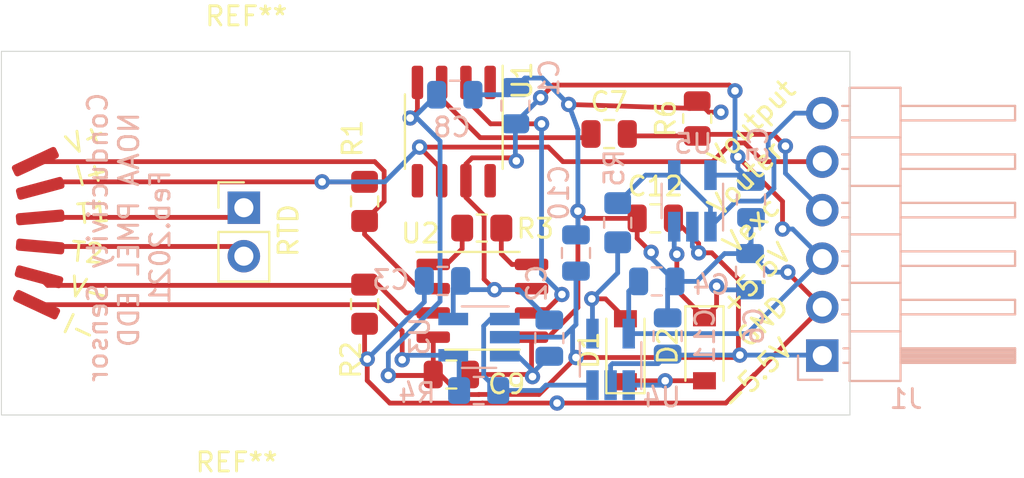
<source format=kicad_pcb>
(kicad_pcb (version 20171130) (host pcbnew "(5.1.7)-1")

  (general
    (thickness 1.6)
    (drawings 15)
    (tracks 280)
    (zones 0)
    (modules 35)
    (nets 23)
  )

  (page A4)
  (layers
    (0 F.Cu signal)
    (31 B.Cu signal)
    (32 B.Adhes user)
    (33 F.Adhes user)
    (34 B.Paste user)
    (35 F.Paste user)
    (36 B.SilkS user)
    (37 F.SilkS user)
    (38 B.Mask user)
    (39 F.Mask user)
    (40 Dwgs.User user)
    (41 Cmts.User user)
    (42 Eco1.User user)
    (43 Eco2.User user)
    (44 Edge.Cuts user)
    (45 Margin user)
    (46 B.CrtYd user)
    (47 F.CrtYd user)
    (48 B.Fab user hide)
    (49 F.Fab user hide)
  )

  (setup
    (last_trace_width 0.25)
    (user_trace_width 0.254)
    (user_trace_width 0.381)
    (user_trace_width 0.762)
    (trace_clearance 0.2)
    (zone_clearance 0.508)
    (zone_45_only no)
    (trace_min 0.2)
    (via_size 0.8)
    (via_drill 0.4)
    (via_min_size 0.4)
    (via_min_drill 0.3)
    (user_via 1.016 0.4064)
    (uvia_size 0.3)
    (uvia_drill 0.1)
    (uvias_allowed no)
    (uvia_min_size 0.2)
    (uvia_min_drill 0.1)
    (edge_width 0.05)
    (segment_width 0.2)
    (pcb_text_width 0.3)
    (pcb_text_size 1.5 1.5)
    (mod_edge_width 0.12)
    (mod_text_size 1 1)
    (mod_text_width 0.15)
    (pad_size 2 2)
    (pad_drill 1)
    (pad_to_mask_clearance 0.051)
    (solder_mask_min_width 0.25)
    (aux_axis_origin 0 0)
    (grid_origin 103.759 60.8965)
    (visible_elements 7FFFFFFF)
    (pcbplotparams
      (layerselection 0x010fc_ffffffff)
      (usegerberextensions false)
      (usegerberattributes false)
      (usegerberadvancedattributes false)
      (creategerberjobfile false)
      (excludeedgelayer true)
      (linewidth 0.100000)
      (plotframeref false)
      (viasonmask false)
      (mode 1)
      (useauxorigin false)
      (hpglpennumber 1)
      (hpglpenspeed 20)
      (hpglpendiameter 15.000000)
      (psnegative false)
      (psa4output false)
      (plotreference true)
      (plotvalue true)
      (plotinvisibletext false)
      (padsonsilk false)
      (subtractmaskfromsilk false)
      (outputformat 1)
      (mirror false)
      (drillshape 0)
      (scaleselection 1)
      (outputdirectory ""))
  )

  (net 0 "")
  (net 1 VCC)
  (net 2 GND)
  (net 3 "Net-(C6-Pad1)")
  (net 4 "Net-(D1-Pad2)")
  (net 5 "Net-(D1-Pad1)")
  (net 6 /RTD_1)
  (net 7 /RTD_2)
  (net 8 "Net-(R3-Pad1)")
  (net 9 "Net-(R3-Pad2)")
  (net 10 "Net-(R4-Pad1)")
  (net 11 "Net-(U1-Pad1)")
  (net 12 "Net-(U1-Pad2)")
  (net 13 VSS)
  (net 14 "Net-(U1-Pad5)")
  (net 15 "Net-(U1-Pad8)")
  (net 16 "Net-(LFS1107-Pad1)")
  (net 17 "Net-(LFS1107-Pad5)")
  (net 18 "Net-(LFS1107-Pad6)")
  (net 19 "Net-(C7-Pad1)")
  (net 20 Vexc)
  (net 21 Voutput)
  (net 22 Vouter)

  (net_class Default "This is the default net class."
    (clearance 0.2)
    (trace_width 0.25)
    (via_dia 0.8)
    (via_drill 0.4)
    (uvia_dia 0.3)
    (uvia_drill 0.1)
    (add_net /RTD_1)
    (add_net /RTD_2)
    (add_net GND)
    (add_net "Net-(C6-Pad1)")
    (add_net "Net-(C7-Pad1)")
    (add_net "Net-(D1-Pad1)")
    (add_net "Net-(D1-Pad2)")
    (add_net "Net-(LFS1107-Pad1)")
    (add_net "Net-(LFS1107-Pad5)")
    (add_net "Net-(LFS1107-Pad6)")
    (add_net "Net-(R3-Pad1)")
    (add_net "Net-(R3-Pad2)")
    (add_net "Net-(R4-Pad1)")
    (add_net "Net-(U1-Pad1)")
    (add_net "Net-(U1-Pad2)")
    (add_net "Net-(U1-Pad5)")
    (add_net "Net-(U1-Pad8)")
    (add_net VCC)
    (add_net VSS)
    (add_net Vexc)
    (add_net Vouter)
    (add_net Voutput)
  )

  (module Resistor_SMD:R_0805_2012Metric (layer F.Cu) (tedit 5F68FEEE) (tstamp 6018DE8F)
    (at 138.049 54.3179 90)
    (descr "Resistor SMD 0805 (2012 Metric), square (rectangular) end terminal, IPC_7351 nominal, (Body size source: IPC-SM-782 page 72, https://www.pcb-3d.com/wordpress/wp-content/uploads/ipc-sm-782a_amendment_1_and_2.pdf), generated with kicad-footprint-generator")
    (tags resistor)
    (path /601D6A1B)
    (attr smd)
    (fp_text reference R6 (at 0 -1.65 90) (layer F.SilkS)
      (effects (font (size 1 1) (thickness 0.15)))
    )
    (fp_text value 470 (at 0 1.65 90) (layer F.Fab)
      (effects (font (size 1 1) (thickness 0.15)))
    )
    (fp_text user %R (at 0 0 90) (layer F.Fab)
      (effects (font (size 0.5 0.5) (thickness 0.08)))
    )
    (fp_line (start -1 0.625) (end -1 -0.625) (layer F.Fab) (width 0.1))
    (fp_line (start -1 -0.625) (end 1 -0.625) (layer F.Fab) (width 0.1))
    (fp_line (start 1 -0.625) (end 1 0.625) (layer F.Fab) (width 0.1))
    (fp_line (start 1 0.625) (end -1 0.625) (layer F.Fab) (width 0.1))
    (fp_line (start -0.227064 -0.735) (end 0.227064 -0.735) (layer F.SilkS) (width 0.12))
    (fp_line (start -0.227064 0.735) (end 0.227064 0.735) (layer F.SilkS) (width 0.12))
    (fp_line (start -1.68 0.95) (end -1.68 -0.95) (layer F.CrtYd) (width 0.05))
    (fp_line (start -1.68 -0.95) (end 1.68 -0.95) (layer F.CrtYd) (width 0.05))
    (fp_line (start 1.68 -0.95) (end 1.68 0.95) (layer F.CrtYd) (width 0.05))
    (fp_line (start 1.68 0.95) (end -1.68 0.95) (layer F.CrtYd) (width 0.05))
    (pad 2 smd roundrect (at 0.9125 0 90) (size 1.025 1.4) (layers F.Cu F.Paste F.Mask) (roundrect_rratio 0.2439014634146341)
      (net 2 GND))
    (pad 1 smd roundrect (at -0.9125 0 90) (size 1.025 1.4) (layers F.Cu F.Paste F.Mask) (roundrect_rratio 0.2439014634146341)
      (net 20 Vexc))
    (model ${KISYS3DMOD}/Resistor_SMD.3dshapes/R_0805_2012Metric.wrl
      (at (xyz 0 0 0))
      (scale (xyz 1 1 1))
      (rotate (xyz 0 0 0))
    )
  )

  (module Connector_PinHeader_2.54mm:PinHeader_1x06_P2.54mm_Horizontal (layer B.Cu) (tedit 59FED5CB) (tstamp 6018DDA8)
    (at 144.6022 66.7385)
    (descr "Through hole angled pin header, 1x06, 2.54mm pitch, 6mm pin length, single row")
    (tags "Through hole angled pin header THT 1x06 2.54mm single row")
    (path /603C4F53)
    (fp_text reference J1 (at 4.385 2.27) (layer B.SilkS)
      (effects (font (size 1 1) (thickness 0.15)) (justify mirror))
    )
    (fp_text value Conn_01x06_Male (at 4.385 -14.97) (layer B.Fab)
      (effects (font (size 1 1) (thickness 0.15)) (justify mirror))
    )
    (fp_text user %R (at 2.77 -6.35 -90) (layer B.Fab)
      (effects (font (size 1 1) (thickness 0.15)) (justify mirror))
    )
    (fp_line (start 2.135 1.27) (end 4.04 1.27) (layer B.Fab) (width 0.1))
    (fp_line (start 4.04 1.27) (end 4.04 -13.97) (layer B.Fab) (width 0.1))
    (fp_line (start 4.04 -13.97) (end 1.5 -13.97) (layer B.Fab) (width 0.1))
    (fp_line (start 1.5 -13.97) (end 1.5 0.635) (layer B.Fab) (width 0.1))
    (fp_line (start 1.5 0.635) (end 2.135 1.27) (layer B.Fab) (width 0.1))
    (fp_line (start -0.32 0.32) (end 1.5 0.32) (layer B.Fab) (width 0.1))
    (fp_line (start -0.32 0.32) (end -0.32 -0.32) (layer B.Fab) (width 0.1))
    (fp_line (start -0.32 -0.32) (end 1.5 -0.32) (layer B.Fab) (width 0.1))
    (fp_line (start 4.04 0.32) (end 10.04 0.32) (layer B.Fab) (width 0.1))
    (fp_line (start 10.04 0.32) (end 10.04 -0.32) (layer B.Fab) (width 0.1))
    (fp_line (start 4.04 -0.32) (end 10.04 -0.32) (layer B.Fab) (width 0.1))
    (fp_line (start -0.32 -2.22) (end 1.5 -2.22) (layer B.Fab) (width 0.1))
    (fp_line (start -0.32 -2.22) (end -0.32 -2.86) (layer B.Fab) (width 0.1))
    (fp_line (start -0.32 -2.86) (end 1.5 -2.86) (layer B.Fab) (width 0.1))
    (fp_line (start 4.04 -2.22) (end 10.04 -2.22) (layer B.Fab) (width 0.1))
    (fp_line (start 10.04 -2.22) (end 10.04 -2.86) (layer B.Fab) (width 0.1))
    (fp_line (start 4.04 -2.86) (end 10.04 -2.86) (layer B.Fab) (width 0.1))
    (fp_line (start -0.32 -4.76) (end 1.5 -4.76) (layer B.Fab) (width 0.1))
    (fp_line (start -0.32 -4.76) (end -0.32 -5.4) (layer B.Fab) (width 0.1))
    (fp_line (start -0.32 -5.4) (end 1.5 -5.4) (layer B.Fab) (width 0.1))
    (fp_line (start 4.04 -4.76) (end 10.04 -4.76) (layer B.Fab) (width 0.1))
    (fp_line (start 10.04 -4.76) (end 10.04 -5.4) (layer B.Fab) (width 0.1))
    (fp_line (start 4.04 -5.4) (end 10.04 -5.4) (layer B.Fab) (width 0.1))
    (fp_line (start -0.32 -7.3) (end 1.5 -7.3) (layer B.Fab) (width 0.1))
    (fp_line (start -0.32 -7.3) (end -0.32 -7.94) (layer B.Fab) (width 0.1))
    (fp_line (start -0.32 -7.94) (end 1.5 -7.94) (layer B.Fab) (width 0.1))
    (fp_line (start 4.04 -7.3) (end 10.04 -7.3) (layer B.Fab) (width 0.1))
    (fp_line (start 10.04 -7.3) (end 10.04 -7.94) (layer B.Fab) (width 0.1))
    (fp_line (start 4.04 -7.94) (end 10.04 -7.94) (layer B.Fab) (width 0.1))
    (fp_line (start -0.32 -9.84) (end 1.5 -9.84) (layer B.Fab) (width 0.1))
    (fp_line (start -0.32 -9.84) (end -0.32 -10.48) (layer B.Fab) (width 0.1))
    (fp_line (start -0.32 -10.48) (end 1.5 -10.48) (layer B.Fab) (width 0.1))
    (fp_line (start 4.04 -9.84) (end 10.04 -9.84) (layer B.Fab) (width 0.1))
    (fp_line (start 10.04 -9.84) (end 10.04 -10.48) (layer B.Fab) (width 0.1))
    (fp_line (start 4.04 -10.48) (end 10.04 -10.48) (layer B.Fab) (width 0.1))
    (fp_line (start -0.32 -12.38) (end 1.5 -12.38) (layer B.Fab) (width 0.1))
    (fp_line (start -0.32 -12.38) (end -0.32 -13.02) (layer B.Fab) (width 0.1))
    (fp_line (start -0.32 -13.02) (end 1.5 -13.02) (layer B.Fab) (width 0.1))
    (fp_line (start 4.04 -12.38) (end 10.04 -12.38) (layer B.Fab) (width 0.1))
    (fp_line (start 10.04 -12.38) (end 10.04 -13.02) (layer B.Fab) (width 0.1))
    (fp_line (start 4.04 -13.02) (end 10.04 -13.02) (layer B.Fab) (width 0.1))
    (fp_line (start 1.44 1.33) (end 1.44 -14.03) (layer B.SilkS) (width 0.12))
    (fp_line (start 1.44 -14.03) (end 4.1 -14.03) (layer B.SilkS) (width 0.12))
    (fp_line (start 4.1 -14.03) (end 4.1 1.33) (layer B.SilkS) (width 0.12))
    (fp_line (start 4.1 1.33) (end 1.44 1.33) (layer B.SilkS) (width 0.12))
    (fp_line (start 4.1 0.38) (end 10.1 0.38) (layer B.SilkS) (width 0.12))
    (fp_line (start 10.1 0.38) (end 10.1 -0.38) (layer B.SilkS) (width 0.12))
    (fp_line (start 10.1 -0.38) (end 4.1 -0.38) (layer B.SilkS) (width 0.12))
    (fp_line (start 4.1 0.32) (end 10.1 0.32) (layer B.SilkS) (width 0.12))
    (fp_line (start 4.1 0.2) (end 10.1 0.2) (layer B.SilkS) (width 0.12))
    (fp_line (start 4.1 0.08) (end 10.1 0.08) (layer B.SilkS) (width 0.12))
    (fp_line (start 4.1 -0.04) (end 10.1 -0.04) (layer B.SilkS) (width 0.12))
    (fp_line (start 4.1 -0.16) (end 10.1 -0.16) (layer B.SilkS) (width 0.12))
    (fp_line (start 4.1 -0.28) (end 10.1 -0.28) (layer B.SilkS) (width 0.12))
    (fp_line (start 1.11 0.38) (end 1.44 0.38) (layer B.SilkS) (width 0.12))
    (fp_line (start 1.11 -0.38) (end 1.44 -0.38) (layer B.SilkS) (width 0.12))
    (fp_line (start 1.44 -1.27) (end 4.1 -1.27) (layer B.SilkS) (width 0.12))
    (fp_line (start 4.1 -2.16) (end 10.1 -2.16) (layer B.SilkS) (width 0.12))
    (fp_line (start 10.1 -2.16) (end 10.1 -2.92) (layer B.SilkS) (width 0.12))
    (fp_line (start 10.1 -2.92) (end 4.1 -2.92) (layer B.SilkS) (width 0.12))
    (fp_line (start 1.042929 -2.16) (end 1.44 -2.16) (layer B.SilkS) (width 0.12))
    (fp_line (start 1.042929 -2.92) (end 1.44 -2.92) (layer B.SilkS) (width 0.12))
    (fp_line (start 1.44 -3.81) (end 4.1 -3.81) (layer B.SilkS) (width 0.12))
    (fp_line (start 4.1 -4.7) (end 10.1 -4.7) (layer B.SilkS) (width 0.12))
    (fp_line (start 10.1 -4.7) (end 10.1 -5.46) (layer B.SilkS) (width 0.12))
    (fp_line (start 10.1 -5.46) (end 4.1 -5.46) (layer B.SilkS) (width 0.12))
    (fp_line (start 1.042929 -4.7) (end 1.44 -4.7) (layer B.SilkS) (width 0.12))
    (fp_line (start 1.042929 -5.46) (end 1.44 -5.46) (layer B.SilkS) (width 0.12))
    (fp_line (start 1.44 -6.35) (end 4.1 -6.35) (layer B.SilkS) (width 0.12))
    (fp_line (start 4.1 -7.24) (end 10.1 -7.24) (layer B.SilkS) (width 0.12))
    (fp_line (start 10.1 -7.24) (end 10.1 -8) (layer B.SilkS) (width 0.12))
    (fp_line (start 10.1 -8) (end 4.1 -8) (layer B.SilkS) (width 0.12))
    (fp_line (start 1.042929 -7.24) (end 1.44 -7.24) (layer B.SilkS) (width 0.12))
    (fp_line (start 1.042929 -8) (end 1.44 -8) (layer B.SilkS) (width 0.12))
    (fp_line (start 1.44 -8.89) (end 4.1 -8.89) (layer B.SilkS) (width 0.12))
    (fp_line (start 4.1 -9.78) (end 10.1 -9.78) (layer B.SilkS) (width 0.12))
    (fp_line (start 10.1 -9.78) (end 10.1 -10.54) (layer B.SilkS) (width 0.12))
    (fp_line (start 10.1 -10.54) (end 4.1 -10.54) (layer B.SilkS) (width 0.12))
    (fp_line (start 1.042929 -9.78) (end 1.44 -9.78) (layer B.SilkS) (width 0.12))
    (fp_line (start 1.042929 -10.54) (end 1.44 -10.54) (layer B.SilkS) (width 0.12))
    (fp_line (start 1.44 -11.43) (end 4.1 -11.43) (layer B.SilkS) (width 0.12))
    (fp_line (start 4.1 -12.32) (end 10.1 -12.32) (layer B.SilkS) (width 0.12))
    (fp_line (start 10.1 -12.32) (end 10.1 -13.08) (layer B.SilkS) (width 0.12))
    (fp_line (start 10.1 -13.08) (end 4.1 -13.08) (layer B.SilkS) (width 0.12))
    (fp_line (start 1.042929 -12.32) (end 1.44 -12.32) (layer B.SilkS) (width 0.12))
    (fp_line (start 1.042929 -13.08) (end 1.44 -13.08) (layer B.SilkS) (width 0.12))
    (fp_line (start -1.27 0) (end -1.27 1.27) (layer B.SilkS) (width 0.12))
    (fp_line (start -1.27 1.27) (end 0 1.27) (layer B.SilkS) (width 0.12))
    (fp_line (start -1.8 1.8) (end -1.8 -14.5) (layer B.CrtYd) (width 0.05))
    (fp_line (start -1.8 -14.5) (end 10.55 -14.5) (layer B.CrtYd) (width 0.05))
    (fp_line (start 10.55 -14.5) (end 10.55 1.8) (layer B.CrtYd) (width 0.05))
    (fp_line (start 10.55 1.8) (end -1.8 1.8) (layer B.CrtYd) (width 0.05))
    (pad 6 thru_hole oval (at 0 -12.7) (size 1.7 1.7) (drill 1) (layers *.Cu *.Mask)
      (net 21 Voutput))
    (pad 5 thru_hole oval (at 0 -10.16) (size 1.7 1.7) (drill 1) (layers *.Cu *.Mask)
      (net 22 Vouter))
    (pad 4 thru_hole oval (at 0 -7.62) (size 1.7 1.7) (drill 1) (layers *.Cu *.Mask)
      (net 20 Vexc))
    (pad 3 thru_hole oval (at 0 -5.08) (size 1.7 1.7) (drill 1) (layers *.Cu *.Mask)
      (net 1 VCC))
    (pad 2 thru_hole oval (at 0 -2.54) (size 1.7 1.7) (drill 1) (layers *.Cu *.Mask)
      (net 2 GND))
    (pad 1 thru_hole rect (at 0 0) (size 1.7 1.7) (drill 1) (layers *.Cu *.Mask)
      (net 13 VSS))
    (model ${KISYS3DMOD}/Connector_PinHeader_2.54mm.3dshapes/PinHeader_1x06_P2.54mm_Horizontal.wrl
      (at (xyz 0 0 0))
      (scale (xyz 1 1 1))
      (rotate (xyz 0 0 0))
    )
  )

  (module Capacitor_SMD:C_0805_2012Metric (layer F.Cu) (tedit 5F68FEEE) (tstamp 6018DCE1)
    (at 135.8544 59.5503)
    (descr "Capacitor SMD 0805 (2012 Metric), square (rectangular) end terminal, IPC_7351 nominal, (Body size source: IPC-SM-782 page 76, https://www.pcb-3d.com/wordpress/wp-content/uploads/ipc-sm-782a_amendment_1_and_2.pdf, https://docs.google.com/spreadsheets/d/1BsfQQcO9C6DZCsRaXUlFlo91Tg2WpOkGARC1WS5S8t0/edit?usp=sharing), generated with kicad-footprint-generator")
    (tags capacitor)
    (path /6011F49D)
    (attr smd)
    (fp_text reference C12 (at 0 -1.68) (layer F.SilkS)
      (effects (font (size 1 1) (thickness 0.15)))
    )
    (fp_text value 0.1uF (at 0 1.68) (layer F.Fab)
      (effects (font (size 1 1) (thickness 0.15)))
    )
    (fp_text user %R (at 0 0) (layer F.Fab)
      (effects (font (size 0.5 0.5) (thickness 0.08)))
    )
    (fp_line (start -1 0.625) (end -1 -0.625) (layer F.Fab) (width 0.1))
    (fp_line (start -1 -0.625) (end 1 -0.625) (layer F.Fab) (width 0.1))
    (fp_line (start 1 -0.625) (end 1 0.625) (layer F.Fab) (width 0.1))
    (fp_line (start 1 0.625) (end -1 0.625) (layer F.Fab) (width 0.1))
    (fp_line (start -0.261252 -0.735) (end 0.261252 -0.735) (layer F.SilkS) (width 0.12))
    (fp_line (start -0.261252 0.735) (end 0.261252 0.735) (layer F.SilkS) (width 0.12))
    (fp_line (start -1.7 0.98) (end -1.7 -0.98) (layer F.CrtYd) (width 0.05))
    (fp_line (start -1.7 -0.98) (end 1.7 -0.98) (layer F.CrtYd) (width 0.05))
    (fp_line (start 1.7 -0.98) (end 1.7 0.98) (layer F.CrtYd) (width 0.05))
    (fp_line (start 1.7 0.98) (end -1.7 0.98) (layer F.CrtYd) (width 0.05))
    (pad 2 smd roundrect (at 0.95 0) (size 1 1.45) (layers F.Cu F.Paste F.Mask) (roundrect_rratio 0.25)
      (net 13 VSS))
    (pad 1 smd roundrect (at -0.95 0) (size 1 1.45) (layers F.Cu F.Paste F.Mask) (roundrect_rratio 0.25)
      (net 2 GND))
    (model ${KISYS3DMOD}/Capacitor_SMD.3dshapes/C_0805_2012Metric.wrl
      (at (xyz 0 0 0))
      (scale (xyz 1 1 1))
      (rotate (xyz 0 0 0))
    )
  )

  (module Capacitor_SMD:C_0805_2012Metric (layer B.Cu) (tedit 5F68FEEE) (tstamp 6018DCD0)
    (at 136.4996 65.7123 270)
    (descr "Capacitor SMD 0805 (2012 Metric), square (rectangular) end terminal, IPC_7351 nominal, (Body size source: IPC-SM-782 page 76, https://www.pcb-3d.com/wordpress/wp-content/uploads/ipc-sm-782a_amendment_1_and_2.pdf, https://docs.google.com/spreadsheets/d/1BsfQQcO9C6DZCsRaXUlFlo91Tg2WpOkGARC1WS5S8t0/edit?usp=sharing), generated with kicad-footprint-generator")
    (tags capacitor)
    (path /6015CBF5)
    (attr smd)
    (fp_text reference C11 (at 0 -1.9558 90) (layer B.SilkS)
      (effects (font (size 1 1) (thickness 0.15)) (justify mirror))
    )
    (fp_text value 0.1uF (at 0 -1.68 90) (layer B.Fab)
      (effects (font (size 1 1) (thickness 0.15)) (justify mirror))
    )
    (fp_text user %R (at 0 0 90) (layer B.Fab)
      (effects (font (size 0.5 0.5) (thickness 0.08)) (justify mirror))
    )
    (fp_line (start -1 -0.625) (end -1 0.625) (layer B.Fab) (width 0.1))
    (fp_line (start -1 0.625) (end 1 0.625) (layer B.Fab) (width 0.1))
    (fp_line (start 1 0.625) (end 1 -0.625) (layer B.Fab) (width 0.1))
    (fp_line (start 1 -0.625) (end -1 -0.625) (layer B.Fab) (width 0.1))
    (fp_line (start -0.261252 0.735) (end 0.261252 0.735) (layer B.SilkS) (width 0.12))
    (fp_line (start -0.261252 -0.735) (end 0.261252 -0.735) (layer B.SilkS) (width 0.12))
    (fp_line (start -1.7 -0.98) (end -1.7 0.98) (layer B.CrtYd) (width 0.05))
    (fp_line (start -1.7 0.98) (end 1.7 0.98) (layer B.CrtYd) (width 0.05))
    (fp_line (start 1.7 0.98) (end 1.7 -0.98) (layer B.CrtYd) (width 0.05))
    (fp_line (start 1.7 -0.98) (end -1.7 -0.98) (layer B.CrtYd) (width 0.05))
    (pad 2 smd roundrect (at 0.95 0 270) (size 1 1.45) (layers B.Cu B.Paste B.Mask) (roundrect_rratio 0.25)
      (net 13 VSS))
    (pad 1 smd roundrect (at -0.95 0 270) (size 1 1.45) (layers B.Cu B.Paste B.Mask) (roundrect_rratio 0.25)
      (net 2 GND))
    (model ${KISYS3DMOD}/Capacitor_SMD.3dshapes/C_0805_2012Metric.wrl
      (at (xyz 0 0 0))
      (scale (xyz 1 1 1))
      (rotate (xyz 0 0 0))
    )
  )

  (module Capacitor_SMD:C_0805_2012Metric (layer B.Cu) (tedit 5F68FEEE) (tstamp 6018DCBF)
    (at 131.699 61.3639 270)
    (descr "Capacitor SMD 0805 (2012 Metric), square (rectangular) end terminal, IPC_7351 nominal, (Body size source: IPC-SM-782 page 76, https://www.pcb-3d.com/wordpress/wp-content/uploads/ipc-sm-782a_amendment_1_and_2.pdf, https://docs.google.com/spreadsheets/d/1BsfQQcO9C6DZCsRaXUlFlo91Tg2WpOkGARC1WS5S8t0/edit?usp=sharing), generated with kicad-footprint-generator")
    (tags capacitor)
    (path /6015D06C)
    (attr smd)
    (fp_text reference C10 (at -3.1598 0.889 270) (layer B.SilkS)
      (effects (font (size 1 1) (thickness 0.15)) (justify mirror))
    )
    (fp_text value 0.1uF (at 0 -1.68 270) (layer B.Fab)
      (effects (font (size 1 1) (thickness 0.15)) (justify mirror))
    )
    (fp_text user %R (at 0 0 270) (layer B.Fab)
      (effects (font (size 0.5 0.5) (thickness 0.08)) (justify mirror))
    )
    (fp_line (start -1 -0.625) (end -1 0.625) (layer B.Fab) (width 0.1))
    (fp_line (start -1 0.625) (end 1 0.625) (layer B.Fab) (width 0.1))
    (fp_line (start 1 0.625) (end 1 -0.625) (layer B.Fab) (width 0.1))
    (fp_line (start 1 -0.625) (end -1 -0.625) (layer B.Fab) (width 0.1))
    (fp_line (start -0.261252 0.735) (end 0.261252 0.735) (layer B.SilkS) (width 0.12))
    (fp_line (start -0.261252 -0.735) (end 0.261252 -0.735) (layer B.SilkS) (width 0.12))
    (fp_line (start -1.7 -0.98) (end -1.7 0.98) (layer B.CrtYd) (width 0.05))
    (fp_line (start -1.7 0.98) (end 1.7 0.98) (layer B.CrtYd) (width 0.05))
    (fp_line (start 1.7 0.98) (end 1.7 -0.98) (layer B.CrtYd) (width 0.05))
    (fp_line (start 1.7 -0.98) (end -1.7 -0.98) (layer B.CrtYd) (width 0.05))
    (pad 2 smd roundrect (at 0.95 0 270) (size 1 1.45) (layers B.Cu B.Paste B.Mask) (roundrect_rratio 0.25)
      (net 13 VSS))
    (pad 1 smd roundrect (at -0.95 0 270) (size 1 1.45) (layers B.Cu B.Paste B.Mask) (roundrect_rratio 0.25)
      (net 2 GND))
    (model ${KISYS3DMOD}/Capacitor_SMD.3dshapes/C_0805_2012Metric.wrl
      (at (xyz 0 0 0))
      (scale (xyz 1 1 1))
      (rotate (xyz 0 0 0))
    )
  )

  (module Capacitor_SMD:C_0805_2012Metric (layer F.Cu) (tedit 5F68FEEE) (tstamp 6018DCAE)
    (at 125.1712 67.7291 180)
    (descr "Capacitor SMD 0805 (2012 Metric), square (rectangular) end terminal, IPC_7351 nominal, (Body size source: IPC-SM-782 page 76, https://www.pcb-3d.com/wordpress/wp-content/uploads/ipc-sm-782a_amendment_1_and_2.pdf, https://docs.google.com/spreadsheets/d/1BsfQQcO9C6DZCsRaXUlFlo91Tg2WpOkGARC1WS5S8t0/edit?usp=sharing), generated with kicad-footprint-generator")
    (tags capacitor)
    (path /601EEC62)
    (attr smd)
    (fp_text reference C9 (at -2.8956 -0.508) (layer F.SilkS)
      (effects (font (size 1 1) (thickness 0.15)))
    )
    (fp_text value 0.1uF (at 0 1.68) (layer F.Fab)
      (effects (font (size 1 1) (thickness 0.15)))
    )
    (fp_text user %R (at 0 0) (layer F.Fab)
      (effects (font (size 0.5 0.5) (thickness 0.08)))
    )
    (fp_line (start -1 0.625) (end -1 -0.625) (layer F.Fab) (width 0.1))
    (fp_line (start -1 -0.625) (end 1 -0.625) (layer F.Fab) (width 0.1))
    (fp_line (start 1 -0.625) (end 1 0.625) (layer F.Fab) (width 0.1))
    (fp_line (start 1 0.625) (end -1 0.625) (layer F.Fab) (width 0.1))
    (fp_line (start -0.261252 -0.735) (end 0.261252 -0.735) (layer F.SilkS) (width 0.12))
    (fp_line (start -0.261252 0.735) (end 0.261252 0.735) (layer F.SilkS) (width 0.12))
    (fp_line (start -1.7 0.98) (end -1.7 -0.98) (layer F.CrtYd) (width 0.05))
    (fp_line (start -1.7 -0.98) (end 1.7 -0.98) (layer F.CrtYd) (width 0.05))
    (fp_line (start 1.7 -0.98) (end 1.7 0.98) (layer F.CrtYd) (width 0.05))
    (fp_line (start 1.7 0.98) (end -1.7 0.98) (layer F.CrtYd) (width 0.05))
    (pad 2 smd roundrect (at 0.95 0 180) (size 1 1.45) (layers F.Cu F.Paste F.Mask) (roundrect_rratio 0.25)
      (net 13 VSS))
    (pad 1 smd roundrect (at -0.95 0 180) (size 1 1.45) (layers F.Cu F.Paste F.Mask) (roundrect_rratio 0.25)
      (net 2 GND))
    (model ${KISYS3DMOD}/Capacitor_SMD.3dshapes/C_0805_2012Metric.wrl
      (at (xyz 0 0 0))
      (scale (xyz 1 1 1))
      (rotate (xyz 0 0 0))
    )
  )

  (module Capacitor_SMD:C_0805_2012Metric (layer B.Cu) (tedit 5F68FEEE) (tstamp 6018DC9D)
    (at 125.349 53.0733 180)
    (descr "Capacitor SMD 0805 (2012 Metric), square (rectangular) end terminal, IPC_7351 nominal, (Body size source: IPC-SM-782 page 76, https://www.pcb-3d.com/wordpress/wp-content/uploads/ipc-sm-782a_amendment_1_and_2.pdf, https://docs.google.com/spreadsheets/d/1BsfQQcO9C6DZCsRaXUlFlo91Tg2WpOkGARC1WS5S8t0/edit?usp=sharing), generated with kicad-footprint-generator")
    (tags capacitor)
    (path /601BD341)
    (attr smd)
    (fp_text reference C8 (at 0.1524 -1.7018 180) (layer B.SilkS)
      (effects (font (size 1 1) (thickness 0.15)) (justify mirror))
    )
    (fp_text value 0.1uF (at 0 -1.68 180) (layer B.Fab)
      (effects (font (size 1 1) (thickness 0.15)) (justify mirror))
    )
    (fp_text user %R (at 0 0 180) (layer B.Fab)
      (effects (font (size 0.5 0.5) (thickness 0.08)) (justify mirror))
    )
    (fp_line (start -1 -0.625) (end -1 0.625) (layer B.Fab) (width 0.1))
    (fp_line (start -1 0.625) (end 1 0.625) (layer B.Fab) (width 0.1))
    (fp_line (start 1 0.625) (end 1 -0.625) (layer B.Fab) (width 0.1))
    (fp_line (start 1 -0.625) (end -1 -0.625) (layer B.Fab) (width 0.1))
    (fp_line (start -0.261252 0.735) (end 0.261252 0.735) (layer B.SilkS) (width 0.12))
    (fp_line (start -0.261252 -0.735) (end 0.261252 -0.735) (layer B.SilkS) (width 0.12))
    (fp_line (start -1.7 -0.98) (end -1.7 0.98) (layer B.CrtYd) (width 0.05))
    (fp_line (start -1.7 0.98) (end 1.7 0.98) (layer B.CrtYd) (width 0.05))
    (fp_line (start 1.7 0.98) (end 1.7 -0.98) (layer B.CrtYd) (width 0.05))
    (fp_line (start 1.7 -0.98) (end -1.7 -0.98) (layer B.CrtYd) (width 0.05))
    (pad 2 smd roundrect (at 0.95 0 180) (size 1 1.45) (layers B.Cu B.Paste B.Mask) (roundrect_rratio 0.25)
      (net 13 VSS))
    (pad 1 smd roundrect (at -0.95 0 180) (size 1 1.45) (layers B.Cu B.Paste B.Mask) (roundrect_rratio 0.25)
      (net 2 GND))
    (model ${KISYS3DMOD}/Capacitor_SMD.3dshapes/C_0805_2012Metric.wrl
      (at (xyz 0 0 0))
      (scale (xyz 1 1 1))
      (rotate (xyz 0 0 0))
    )
  )

  (module Capacitor_SMD:C_0805_2012Metric (layer F.Cu) (tedit 5F68FEEE) (tstamp 6018DC8C)
    (at 133.4364 55.1307)
    (descr "Capacitor SMD 0805 (2012 Metric), square (rectangular) end terminal, IPC_7351 nominal, (Body size source: IPC-SM-782 page 76, https://www.pcb-3d.com/wordpress/wp-content/uploads/ipc-sm-782a_amendment_1_and_2.pdf, https://docs.google.com/spreadsheets/d/1BsfQQcO9C6DZCsRaXUlFlo91Tg2WpOkGARC1WS5S8t0/edit?usp=sharing), generated with kicad-footprint-generator")
    (tags capacitor)
    (path /601DE309)
    (attr smd)
    (fp_text reference C7 (at 0 -1.68) (layer F.SilkS)
      (effects (font (size 1 1) (thickness 0.15)))
    )
    (fp_text value 0.1uF (at 0 1.68) (layer F.Fab)
      (effects (font (size 1 1) (thickness 0.15)))
    )
    (fp_text user %R (at 0 0) (layer F.Fab)
      (effects (font (size 0.5 0.5) (thickness 0.08)))
    )
    (fp_line (start -1 0.625) (end -1 -0.625) (layer F.Fab) (width 0.1))
    (fp_line (start -1 -0.625) (end 1 -0.625) (layer F.Fab) (width 0.1))
    (fp_line (start 1 -0.625) (end 1 0.625) (layer F.Fab) (width 0.1))
    (fp_line (start 1 0.625) (end -1 0.625) (layer F.Fab) (width 0.1))
    (fp_line (start -0.261252 -0.735) (end 0.261252 -0.735) (layer F.SilkS) (width 0.12))
    (fp_line (start -0.261252 0.735) (end 0.261252 0.735) (layer F.SilkS) (width 0.12))
    (fp_line (start -1.7 0.98) (end -1.7 -0.98) (layer F.CrtYd) (width 0.05))
    (fp_line (start -1.7 -0.98) (end 1.7 -0.98) (layer F.CrtYd) (width 0.05))
    (fp_line (start 1.7 -0.98) (end 1.7 0.98) (layer F.CrtYd) (width 0.05))
    (fp_line (start 1.7 0.98) (end -1.7 0.98) (layer F.CrtYd) (width 0.05))
    (pad 2 smd roundrect (at 0.95 0) (size 1 1.45) (layers F.Cu F.Paste F.Mask) (roundrect_rratio 0.25)
      (net 20 Vexc))
    (pad 1 smd roundrect (at -0.95 0) (size 1 1.45) (layers F.Cu F.Paste F.Mask) (roundrect_rratio 0.25)
      (net 19 "Net-(C7-Pad1)"))
    (model ${KISYS3DMOD}/Capacitor_SMD.3dshapes/C_0805_2012Metric.wrl
      (at (xyz 0 0 0))
      (scale (xyz 1 1 1))
      (rotate (xyz 0 0 0))
    )
  )

  (module Capacitor_SMD:C_0805_2012Metric (layer B.Cu) (tedit 5F68FEEE) (tstamp 601902F3)
    (at 140.8176 62.3443 90)
    (descr "Capacitor SMD 0805 (2012 Metric), square (rectangular) end terminal, IPC_7351 nominal, (Body size source: IPC-SM-782 page 76, https://www.pcb-3d.com/wordpress/wp-content/uploads/ipc-sm-782a_amendment_1_and_2.pdf, https://docs.google.com/spreadsheets/d/1BsfQQcO9C6DZCsRaXUlFlo91Tg2WpOkGARC1WS5S8t0/edit?usp=sharing), generated with kicad-footprint-generator")
    (tags capacitor)
    (path /5E900166)
    (attr smd)
    (fp_text reference C6 (at -2.8448 0.2032 270) (layer B.SilkS)
      (effects (font (size 1 1) (thickness 0.15)) (justify mirror))
    )
    (fp_text value 47pF (at 0 -1.68 270) (layer B.Fab)
      (effects (font (size 1 1) (thickness 0.15)) (justify mirror))
    )
    (fp_text user %R (at 0 0 270) (layer B.Fab)
      (effects (font (size 0.5 0.5) (thickness 0.08)) (justify mirror))
    )
    (fp_line (start -1 -0.625) (end -1 0.625) (layer B.Fab) (width 0.1))
    (fp_line (start -1 0.625) (end 1 0.625) (layer B.Fab) (width 0.1))
    (fp_line (start 1 0.625) (end 1 -0.625) (layer B.Fab) (width 0.1))
    (fp_line (start 1 -0.625) (end -1 -0.625) (layer B.Fab) (width 0.1))
    (fp_line (start -0.261252 0.735) (end 0.261252 0.735) (layer B.SilkS) (width 0.12))
    (fp_line (start -0.261252 -0.735) (end 0.261252 -0.735) (layer B.SilkS) (width 0.12))
    (fp_line (start -1.7 -0.98) (end -1.7 0.98) (layer B.CrtYd) (width 0.05))
    (fp_line (start -1.7 0.98) (end 1.7 0.98) (layer B.CrtYd) (width 0.05))
    (fp_line (start 1.7 0.98) (end 1.7 -0.98) (layer B.CrtYd) (width 0.05))
    (fp_line (start 1.7 -0.98) (end -1.7 -0.98) (layer B.CrtYd) (width 0.05))
    (pad 2 smd roundrect (at 0.95 0 90) (size 1 1.45) (layers B.Cu B.Paste B.Mask) (roundrect_rratio 0.25)
      (net 2 GND))
    (pad 1 smd roundrect (at -0.95 0 90) (size 1 1.45) (layers B.Cu B.Paste B.Mask) (roundrect_rratio 0.25)
      (net 3 "Net-(C6-Pad1)"))
    (model ${KISYS3DMOD}/Capacitor_SMD.3dshapes/C_0805_2012Metric.wrl
      (at (xyz 0 0 0))
      (scale (xyz 1 1 1))
      (rotate (xyz 0 0 0))
    )
  )

  (module Capacitor_SMD:C_0805_2012Metric (layer B.Cu) (tedit 5F68FEEE) (tstamp 6018DC6A)
    (at 140.8684 58.5597 90)
    (descr "Capacitor SMD 0805 (2012 Metric), square (rectangular) end terminal, IPC_7351 nominal, (Body size source: IPC-SM-782 page 76, https://www.pcb-3d.com/wordpress/wp-content/uploads/ipc-sm-782a_amendment_1_and_2.pdf, https://docs.google.com/spreadsheets/d/1BsfQQcO9C6DZCsRaXUlFlo91Tg2WpOkGARC1WS5S8t0/edit?usp=sharing), generated with kicad-footprint-generator")
    (tags capacitor)
    (path /5E971168)
    (attr smd)
    (fp_text reference C5 (at 2.8448 0.381 270) (layer B.SilkS)
      (effects (font (size 1 1) (thickness 0.15)) (justify mirror))
    )
    (fp_text value 0.1uF (at 0 -1.68 270) (layer B.Fab)
      (effects (font (size 1 1) (thickness 0.15)) (justify mirror))
    )
    (fp_text user %R (at 0 0 270) (layer B.Fab)
      (effects (font (size 0.5 0.5) (thickness 0.08)) (justify mirror))
    )
    (fp_line (start -1 -0.625) (end -1 0.625) (layer B.Fab) (width 0.1))
    (fp_line (start -1 0.625) (end 1 0.625) (layer B.Fab) (width 0.1))
    (fp_line (start 1 0.625) (end 1 -0.625) (layer B.Fab) (width 0.1))
    (fp_line (start 1 -0.625) (end -1 -0.625) (layer B.Fab) (width 0.1))
    (fp_line (start -0.261252 0.735) (end 0.261252 0.735) (layer B.SilkS) (width 0.12))
    (fp_line (start -0.261252 -0.735) (end 0.261252 -0.735) (layer B.SilkS) (width 0.12))
    (fp_line (start -1.7 -0.98) (end -1.7 0.98) (layer B.CrtYd) (width 0.05))
    (fp_line (start -1.7 0.98) (end 1.7 0.98) (layer B.CrtYd) (width 0.05))
    (fp_line (start 1.7 0.98) (end 1.7 -0.98) (layer B.CrtYd) (width 0.05))
    (fp_line (start 1.7 -0.98) (end -1.7 -0.98) (layer B.CrtYd) (width 0.05))
    (pad 2 smd roundrect (at 0.95 0 90) (size 1 1.45) (layers B.Cu B.Paste B.Mask) (roundrect_rratio 0.25)
      (net 1 VCC))
    (pad 1 smd roundrect (at -0.95 0 90) (size 1 1.45) (layers B.Cu B.Paste B.Mask) (roundrect_rratio 0.25)
      (net 2 GND))
    (model ${KISYS3DMOD}/Capacitor_SMD.3dshapes/C_0805_2012Metric.wrl
      (at (xyz 0 0 0))
      (scale (xyz 1 1 1))
      (rotate (xyz 0 0 0))
    )
  )

  (module Capacitor_SMD:C_0805_2012Metric (layer B.Cu) (tedit 5F68FEEE) (tstamp 6018DC59)
    (at 135.9306 62.8523)
    (descr "Capacitor SMD 0805 (2012 Metric), square (rectangular) end terminal, IPC_7351 nominal, (Body size source: IPC-SM-782 page 76, https://www.pcb-3d.com/wordpress/wp-content/uploads/ipc-sm-782a_amendment_1_and_2.pdf, https://docs.google.com/spreadsheets/d/1BsfQQcO9C6DZCsRaXUlFlo91Tg2WpOkGARC1WS5S8t0/edit?usp=sharing), generated with kicad-footprint-generator")
    (tags capacitor)
    (path /5E970BDB)
    (attr smd)
    (fp_text reference C4 (at 2.855 0.1778) (layer B.SilkS)
      (effects (font (size 1 1) (thickness 0.15)) (justify mirror))
    )
    (fp_text value 0.1uF (at 0 -1.68) (layer B.Fab)
      (effects (font (size 1 1) (thickness 0.15)) (justify mirror))
    )
    (fp_text user %R (at 0 0) (layer B.Fab)
      (effects (font (size 0.5 0.5) (thickness 0.08)) (justify mirror))
    )
    (fp_line (start -1 -0.625) (end -1 0.625) (layer B.Fab) (width 0.1))
    (fp_line (start -1 0.625) (end 1 0.625) (layer B.Fab) (width 0.1))
    (fp_line (start 1 0.625) (end 1 -0.625) (layer B.Fab) (width 0.1))
    (fp_line (start 1 -0.625) (end -1 -0.625) (layer B.Fab) (width 0.1))
    (fp_line (start -0.261252 0.735) (end 0.261252 0.735) (layer B.SilkS) (width 0.12))
    (fp_line (start -0.261252 -0.735) (end 0.261252 -0.735) (layer B.SilkS) (width 0.12))
    (fp_line (start -1.7 -0.98) (end -1.7 0.98) (layer B.CrtYd) (width 0.05))
    (fp_line (start -1.7 0.98) (end 1.7 0.98) (layer B.CrtYd) (width 0.05))
    (fp_line (start 1.7 0.98) (end 1.7 -0.98) (layer B.CrtYd) (width 0.05))
    (fp_line (start 1.7 -0.98) (end -1.7 -0.98) (layer B.CrtYd) (width 0.05))
    (pad 2 smd roundrect (at 0.95 0) (size 1 1.45) (layers B.Cu B.Paste B.Mask) (roundrect_rratio 0.25)
      (net 2 GND))
    (pad 1 smd roundrect (at -0.95 0) (size 1 1.45) (layers B.Cu B.Paste B.Mask) (roundrect_rratio 0.25)
      (net 1 VCC))
    (model ${KISYS3DMOD}/Capacitor_SMD.3dshapes/C_0805_2012Metric.wrl
      (at (xyz 0 0 0))
      (scale (xyz 1 1 1))
      (rotate (xyz 0 0 0))
    )
  )

  (module Capacitor_SMD:C_0805_2012Metric (layer B.Cu) (tedit 5F68FEEE) (tstamp 6018DC48)
    (at 124.7038 62.8269)
    (descr "Capacitor SMD 0805 (2012 Metric), square (rectangular) end terminal, IPC_7351 nominal, (Body size source: IPC-SM-782 page 76, https://www.pcb-3d.com/wordpress/wp-content/uploads/ipc-sm-782a_amendment_1_and_2.pdf, https://docs.google.com/spreadsheets/d/1BsfQQcO9C6DZCsRaXUlFlo91Tg2WpOkGARC1WS5S8t0/edit?usp=sharing), generated with kicad-footprint-generator")
    (tags capacitor)
    (path /5E970450)
    (attr smd)
    (fp_text reference C3 (at -2.7076 -0.0508) (layer B.SilkS)
      (effects (font (size 1 1) (thickness 0.15)) (justify mirror))
    )
    (fp_text value 0.1uF (at 0 -1.68) (layer B.Fab)
      (effects (font (size 1 1) (thickness 0.15)) (justify mirror))
    )
    (fp_text user %R (at 0 0) (layer B.Fab)
      (effects (font (size 0.5 0.5) (thickness 0.08)) (justify mirror))
    )
    (fp_line (start -1 -0.625) (end -1 0.625) (layer B.Fab) (width 0.1))
    (fp_line (start -1 0.625) (end 1 0.625) (layer B.Fab) (width 0.1))
    (fp_line (start 1 0.625) (end 1 -0.625) (layer B.Fab) (width 0.1))
    (fp_line (start 1 -0.625) (end -1 -0.625) (layer B.Fab) (width 0.1))
    (fp_line (start -0.261252 0.735) (end 0.261252 0.735) (layer B.SilkS) (width 0.12))
    (fp_line (start -0.261252 -0.735) (end 0.261252 -0.735) (layer B.SilkS) (width 0.12))
    (fp_line (start -1.7 -0.98) (end -1.7 0.98) (layer B.CrtYd) (width 0.05))
    (fp_line (start -1.7 0.98) (end 1.7 0.98) (layer B.CrtYd) (width 0.05))
    (fp_line (start 1.7 0.98) (end 1.7 -0.98) (layer B.CrtYd) (width 0.05))
    (fp_line (start 1.7 -0.98) (end -1.7 -0.98) (layer B.CrtYd) (width 0.05))
    (pad 2 smd roundrect (at 0.95 0) (size 1 1.45) (layers B.Cu B.Paste B.Mask) (roundrect_rratio 0.25)
      (net 1 VCC))
    (pad 1 smd roundrect (at -0.95 0) (size 1 1.45) (layers B.Cu B.Paste B.Mask) (roundrect_rratio 0.25)
      (net 2 GND))
    (model ${KISYS3DMOD}/Capacitor_SMD.3dshapes/C_0805_2012Metric.wrl
      (at (xyz 0 0 0))
      (scale (xyz 1 1 1))
      (rotate (xyz 0 0 0))
    )
  )

  (module Capacitor_SMD:C_0805_2012Metric (layer B.Cu) (tedit 5F68FEEE) (tstamp 6018DC37)
    (at 130.302 65.8241 270)
    (descr "Capacitor SMD 0805 (2012 Metric), square (rectangular) end terminal, IPC_7351 nominal, (Body size source: IPC-SM-782 page 76, https://www.pcb-3d.com/wordpress/wp-content/uploads/ipc-sm-782a_amendment_1_and_2.pdf, https://docs.google.com/spreadsheets/d/1BsfQQcO9C6DZCsRaXUlFlo91Tg2WpOkGARC1WS5S8t0/edit?usp=sharing), generated with kicad-footprint-generator")
    (tags capacitor)
    (path /5E9635F7)
    (attr smd)
    (fp_text reference C2 (at -2.8702 0.6604 90) (layer B.SilkS)
      (effects (font (size 1 1) (thickness 0.15)) (justify mirror))
    )
    (fp_text value 0.1uF (at 0 -1.68 90) (layer B.Fab)
      (effects (font (size 1 1) (thickness 0.15)) (justify mirror))
    )
    (fp_text user %R (at 0 0 90) (layer B.Fab)
      (effects (font (size 0.5 0.5) (thickness 0.08)) (justify mirror))
    )
    (fp_line (start -1 -0.625) (end -1 0.625) (layer B.Fab) (width 0.1))
    (fp_line (start -1 0.625) (end 1 0.625) (layer B.Fab) (width 0.1))
    (fp_line (start 1 0.625) (end 1 -0.625) (layer B.Fab) (width 0.1))
    (fp_line (start 1 -0.625) (end -1 -0.625) (layer B.Fab) (width 0.1))
    (fp_line (start -0.261252 0.735) (end 0.261252 0.735) (layer B.SilkS) (width 0.12))
    (fp_line (start -0.261252 -0.735) (end 0.261252 -0.735) (layer B.SilkS) (width 0.12))
    (fp_line (start -1.7 -0.98) (end -1.7 0.98) (layer B.CrtYd) (width 0.05))
    (fp_line (start -1.7 0.98) (end 1.7 0.98) (layer B.CrtYd) (width 0.05))
    (fp_line (start 1.7 0.98) (end 1.7 -0.98) (layer B.CrtYd) (width 0.05))
    (fp_line (start 1.7 -0.98) (end -1.7 -0.98) (layer B.CrtYd) (width 0.05))
    (pad 2 smd roundrect (at 0.95 0 270) (size 1 1.45) (layers B.Cu B.Paste B.Mask) (roundrect_rratio 0.25)
      (net 2 GND))
    (pad 1 smd roundrect (at -0.95 0 270) (size 1 1.45) (layers B.Cu B.Paste B.Mask) (roundrect_rratio 0.25)
      (net 1 VCC))
    (model ${KISYS3DMOD}/Capacitor_SMD.3dshapes/C_0805_2012Metric.wrl
      (at (xyz 0 0 0))
      (scale (xyz 1 1 1))
      (rotate (xyz 0 0 0))
    )
  )

  (module Capacitor_SMD:C_0805_2012Metric (layer B.Cu) (tedit 5F68FEEE) (tstamp 6018DC26)
    (at 128.524 53.6473 270)
    (descr "Capacitor SMD 0805 (2012 Metric), square (rectangular) end terminal, IPC_7351 nominal, (Body size source: IPC-SM-782 page 76, https://www.pcb-3d.com/wordpress/wp-content/uploads/ipc-sm-782a_amendment_1_and_2.pdf, https://docs.google.com/spreadsheets/d/1BsfQQcO9C6DZCsRaXUlFlo91Tg2WpOkGARC1WS5S8t0/edit?usp=sharing), generated with kicad-footprint-generator")
    (tags capacitor)
    (path /5E963EC5)
    (attr smd)
    (fp_text reference C1 (at -1.463 -1.778 90) (layer B.SilkS)
      (effects (font (size 1 1) (thickness 0.15)) (justify mirror))
    )
    (fp_text value 0.1uF (at 0 -1.68 90) (layer B.Fab)
      (effects (font (size 1 1) (thickness 0.15)) (justify mirror))
    )
    (fp_text user %R (at 0 0 90) (layer B.Fab)
      (effects (font (size 0.5 0.5) (thickness 0.08)) (justify mirror))
    )
    (fp_line (start -1 -0.625) (end -1 0.625) (layer B.Fab) (width 0.1))
    (fp_line (start -1 0.625) (end 1 0.625) (layer B.Fab) (width 0.1))
    (fp_line (start 1 0.625) (end 1 -0.625) (layer B.Fab) (width 0.1))
    (fp_line (start 1 -0.625) (end -1 -0.625) (layer B.Fab) (width 0.1))
    (fp_line (start -0.261252 0.735) (end 0.261252 0.735) (layer B.SilkS) (width 0.12))
    (fp_line (start -0.261252 -0.735) (end 0.261252 -0.735) (layer B.SilkS) (width 0.12))
    (fp_line (start -1.7 -0.98) (end -1.7 0.98) (layer B.CrtYd) (width 0.05))
    (fp_line (start -1.7 0.98) (end 1.7 0.98) (layer B.CrtYd) (width 0.05))
    (fp_line (start 1.7 0.98) (end 1.7 -0.98) (layer B.CrtYd) (width 0.05))
    (fp_line (start 1.7 -0.98) (end -1.7 -0.98) (layer B.CrtYd) (width 0.05))
    (pad 2 smd roundrect (at 0.95 0 270) (size 1 1.45) (layers B.Cu B.Paste B.Mask) (roundrect_rratio 0.25)
      (net 1 VCC))
    (pad 1 smd roundrect (at -0.95 0 270) (size 1 1.45) (layers B.Cu B.Paste B.Mask) (roundrect_rratio 0.25)
      (net 2 GND))
    (model ${KISYS3DMOD}/Capacitor_SMD.3dshapes/C_0805_2012Metric.wrl
      (at (xyz 0 0 0))
      (scale (xyz 1 1 1))
      (rotate (xyz 0 0 0))
    )
  )

  (module Package_TO_SOT_SMD:SOT-23-5_HandSoldering (layer B.Cu) (tedit 5A0AB76C) (tstamp 5EB5EF9F)
    (at 133.5126 66.9379 90)
    (descr "5-pin SOT23 package")
    (tags "SOT-23-5 hand-soldering")
    (path /5E8F8FD8)
    (attr smd)
    (fp_text reference U4 (at -1.985 2.6822 180) (layer B.SilkS)
      (effects (font (size 1 1) (thickness 0.15)) (justify mirror))
    )
    (fp_text value LMP7701 (at 0 -2.9 90) (layer B.Fab)
      (effects (font (size 1 1) (thickness 0.15)) (justify mirror))
    )
    (fp_line (start -0.9 -1.61) (end 0.9 -1.61) (layer B.SilkS) (width 0.12))
    (fp_line (start 0.9 1.61) (end -1.55 1.61) (layer B.SilkS) (width 0.12))
    (fp_line (start -0.9 0.9) (end -0.25 1.55) (layer B.Fab) (width 0.1))
    (fp_line (start 0.9 1.55) (end -0.25 1.55) (layer B.Fab) (width 0.1))
    (fp_line (start -0.9 0.9) (end -0.9 -1.55) (layer B.Fab) (width 0.1))
    (fp_line (start 0.9 -1.55) (end -0.9 -1.55) (layer B.Fab) (width 0.1))
    (fp_line (start 0.9 1.55) (end 0.9 -1.55) (layer B.Fab) (width 0.1))
    (fp_line (start -2.38 1.8) (end 2.38 1.8) (layer B.CrtYd) (width 0.05))
    (fp_line (start -2.38 1.8) (end -2.38 -1.8) (layer B.CrtYd) (width 0.05))
    (fp_line (start 2.38 -1.8) (end 2.38 1.8) (layer B.CrtYd) (width 0.05))
    (fp_line (start 2.38 -1.8) (end -2.38 -1.8) (layer B.CrtYd) (width 0.05))
    (fp_text user %R (at 0 0 180) (layer B.Fab)
      (effects (font (size 0.5 0.5) (thickness 0.075)) (justify mirror))
    )
    (pad 5 smd rect (at 1.35 0.95 90) (size 1.56 0.65) (layers B.Cu B.Paste B.Mask)
      (net 1 VCC))
    (pad 4 smd rect (at 1.35 -0.95 90) (size 1.56 0.65) (layers B.Cu B.Paste B.Mask)
      (net 4 "Net-(D1-Pad2)"))
    (pad 3 smd rect (at -1.35 -0.95 90) (size 1.56 0.65) (layers B.Cu B.Paste B.Mask)
      (net 10 "Net-(R4-Pad1)"))
    (pad 2 smd rect (at -1.35 0 90) (size 1.56 0.65) (layers B.Cu B.Paste B.Mask)
      (net 13 VSS))
    (pad 1 smd rect (at -1.35 0.95 90) (size 1.56 0.65) (layers B.Cu B.Paste B.Mask)
      (net 5 "Net-(D1-Pad1)"))
    (model ${KISYS3DMOD}/Package_TO_SOT_SMD.3dshapes/SOT-23-5.wrl
      (at (xyz 0 0 0))
      (scale (xyz 1 1 1))
      (rotate (xyz 0 0 0))
    )
  )

  (module Connector_Wire:SolderWirePad_1x01_SMD_1x2mm (layer F.Cu) (tedit 601881BC) (tstamp 5F8F9E53)
    (at 103.4415 64.0715 65)
    (descr "Wire Pad, Square, SMD Pad,  5mm x 10mm,")
    (tags "MesurementPoint Square SMDPad 5mmx10mm ")
    (attr virtual)
    (fp_text reference I- (at -0.201007 2.574014 155) (layer F.SilkS)
      (effects (font (size 1 1) (thickness 0.15)))
    )
    (fp_text value SolderWirePad_1x01_SMD_1x2mm (at 0 2.54 65) (layer F.Fab)
      (effects (font (size 1 1) (thickness 0.15)))
    )
    (fp_line (start -0.63 1.27) (end -0.63 -1.27) (layer F.Fab) (width 0.1))
    (fp_line (start 0.63 1.27) (end -0.63 1.27) (layer F.Fab) (width 0.1))
    (fp_line (start 0.63 -1.27) (end 0.63 1.27) (layer F.Fab) (width 0.1))
    (fp_line (start -0.63 -1.27) (end 0.63 -1.27) (layer F.Fab) (width 0.1))
    (fp_line (start -0.63 -1.27) (end -0.63 1.27) (layer F.CrtYd) (width 0.05))
    (fp_line (start -0.63 1.27) (end 0.63 1.27) (layer F.CrtYd) (width 0.05))
    (fp_line (start 0.63 1.27) (end 0.63 -1.27) (layer F.CrtYd) (width 0.05))
    (fp_line (start 0.63 -1.27) (end -0.63 -1.27) (layer F.CrtYd) (width 0.05))
    (fp_text user %R (at 0 0 65) (layer F.Fab)
      (effects (font (size 1 1) (thickness 0.15)))
    )
    (pad 6 smd roundrect (at 0 0 65) (size 0.635 2.54) (layers F.Cu F.Paste F.Mask) (roundrect_rratio 0.25)
      (net 18 "Net-(LFS1107-Pad6)"))
  )

  (module Connector_Wire:SolderWirePad_1x01_SMD_1x2mm (layer F.Cu) (tedit 601881B2) (tstamp 5F8F9E46)
    (at 103.5685 62.611 75)
    (descr "Wire Pad, Square, SMD Pad,  5mm x 10mm,")
    (tags "MesurementPoint Square SMDPad 5mmx10mm ")
    (attr virtual)
    (fp_text reference V- (at -0.018824 2.726682 165) (layer F.SilkS)
      (effects (font (size 1 1) (thickness 0.15)))
    )
    (fp_text value SolderWirePad_1x01_SMD_1x2mm (at 0 2.54 75) (layer F.Fab)
      (effects (font (size 1 1) (thickness 0.15)))
    )
    (fp_line (start -0.63 1.27) (end -0.63 -1.27) (layer F.Fab) (width 0.1))
    (fp_line (start 0.63 1.27) (end -0.63 1.27) (layer F.Fab) (width 0.1))
    (fp_line (start 0.63 -1.27) (end 0.63 1.27) (layer F.Fab) (width 0.1))
    (fp_line (start -0.63 -1.27) (end 0.63 -1.27) (layer F.Fab) (width 0.1))
    (fp_line (start -0.63 -1.27) (end -0.63 1.27) (layer F.CrtYd) (width 0.05))
    (fp_line (start -0.63 1.27) (end 0.63 1.27) (layer F.CrtYd) (width 0.05))
    (fp_line (start 0.63 1.27) (end 0.63 -1.27) (layer F.CrtYd) (width 0.05))
    (fp_line (start 0.63 -1.27) (end -0.63 -1.27) (layer F.CrtYd) (width 0.05))
    (fp_text user %R (at 0 0 75) (layer F.Fab)
      (effects (font (size 1 1) (thickness 0.15)))
    )
    (pad 5 smd roundrect (at 0 0 75) (size 0.635 2.54) (layers F.Cu F.Paste F.Mask) (roundrect_rratio 0.25)
      (net 17 "Net-(LFS1107-Pad5)"))
  )

  (module Connector_Wire:SolderWirePad_1x01_SMD_1x2mm (layer F.Cu) (tedit 6018817C) (tstamp 5F8F9E53)
    (at 103.632 57.9755 105)
    (descr "Wire Pad, Square, SMD Pad,  5mm x 10mm,")
    (tags "MesurementPoint Square SMDPad 5mmx10mm ")
    (attr virtual)
    (fp_text reference I+ (at 0.063726 2.804453 15) (layer F.SilkS)
      (effects (font (size 1 1) (thickness 0.15)))
    )
    (fp_text value SolderWirePad_1x01_SMD_1x2mm (at 0 2.54 105) (layer F.Fab)
      (effects (font (size 1 1) (thickness 0.15)))
    )
    (fp_line (start -0.63 1.27) (end -0.63 -1.27) (layer F.Fab) (width 0.1))
    (fp_line (start 0.63 1.27) (end -0.63 1.27) (layer F.Fab) (width 0.1))
    (fp_line (start 0.63 -1.27) (end 0.63 1.27) (layer F.Fab) (width 0.1))
    (fp_line (start -0.63 -1.27) (end 0.63 -1.27) (layer F.Fab) (width 0.1))
    (fp_line (start -0.63 -1.27) (end -0.63 1.27) (layer F.CrtYd) (width 0.05))
    (fp_line (start -0.63 1.27) (end 0.63 1.27) (layer F.CrtYd) (width 0.05))
    (fp_line (start 0.63 1.27) (end 0.63 -1.27) (layer F.CrtYd) (width 0.05))
    (fp_line (start 0.63 -1.27) (end -0.63 -1.27) (layer F.CrtYd) (width 0.05))
    (fp_text user %R (at 0 0 105) (layer F.Fab)
      (effects (font (size 1 1) (thickness 0.15)))
    )
    (pad 2 smd roundrect (at 0 0 105) (size 0.635 2.54) (layers F.Cu F.Paste F.Mask) (roundrect_rratio 0.25)
      (net 22 Vouter))
  )

  (module Connector_Wire:SolderWirePad_1x01_SMD_1x2mm (layer F.Cu) (tedit 601881C9) (tstamp 5F8F9E46)
    (at 103.378 56.5785 115)
    (descr "Wire Pad, Square, SMD Pad,  5mm x 10mm,")
    (tags "MesurementPoint Square SMDPad 5mmx10mm ")
    (attr virtual)
    (fp_text reference V+ (at -0.022152 2.932379 25) (layer F.SilkS)
      (effects (font (size 1 1) (thickness 0.15)))
    )
    (fp_text value SolderWirePad_1x01_SMD_1x2mm (at 0 2.54 115) (layer F.Fab)
      (effects (font (size 1 1) (thickness 0.15)))
    )
    (fp_line (start -0.63 1.27) (end -0.63 -1.27) (layer F.Fab) (width 0.1))
    (fp_line (start 0.63 1.27) (end -0.63 1.27) (layer F.Fab) (width 0.1))
    (fp_line (start 0.63 -1.27) (end 0.63 1.27) (layer F.Fab) (width 0.1))
    (fp_line (start -0.63 -1.27) (end 0.63 -1.27) (layer F.Fab) (width 0.1))
    (fp_line (start -0.63 -1.27) (end -0.63 1.27) (layer F.CrtYd) (width 0.05))
    (fp_line (start -0.63 1.27) (end 0.63 1.27) (layer F.CrtYd) (width 0.05))
    (fp_line (start 0.63 1.27) (end 0.63 -1.27) (layer F.CrtYd) (width 0.05))
    (fp_line (start 0.63 -1.27) (end -0.63 -1.27) (layer F.CrtYd) (width 0.05))
    (fp_text user %R (at 0 0 115) (layer F.Fab)
      (effects (font (size 1 1) (thickness 0.15)))
    )
    (pad 1 smd roundrect (at 0 0 115) (size 0.635 2.54) (layers F.Cu F.Paste F.Mask) (roundrect_rratio 0.25)
      (net 16 "Net-(LFS1107-Pad1)"))
  )

  (module Connector_Wire:SolderWirePad_1x01_SMD_1x2mm (layer F.Cu) (tedit 5FF39441) (tstamp 5FF39BDD)
    (at 103.632 59.4995 95)
    (descr "Wire Pad, Square, SMD Pad,  5mm x 10mm,")
    (tags "MesurementPoint Square SMDPad 5mmx10mm ")
    (attr virtual)
    (fp_text reference T1 (at -0.013569 2.777988 5) (layer F.SilkS)
      (effects (font (size 1 1) (thickness 0.15)))
    )
    (fp_text value SolderWirePad_1x01_SMD_1x2mm (at 0 2.54 95) (layer F.Fab)
      (effects (font (size 1 1) (thickness 0.15)))
    )
    (fp_line (start -0.63 1.27) (end -0.63 -1.27) (layer F.Fab) (width 0.1))
    (fp_line (start 0.63 1.27) (end -0.63 1.27) (layer F.Fab) (width 0.1))
    (fp_line (start 0.63 -1.27) (end 0.63 1.27) (layer F.Fab) (width 0.1))
    (fp_line (start -0.63 -1.27) (end 0.63 -1.27) (layer F.Fab) (width 0.1))
    (fp_line (start -0.63 -1.27) (end -0.63 1.27) (layer F.CrtYd) (width 0.05))
    (fp_line (start -0.63 1.27) (end 0.63 1.27) (layer F.CrtYd) (width 0.05))
    (fp_line (start 0.63 1.27) (end 0.63 -1.27) (layer F.CrtYd) (width 0.05))
    (fp_line (start 0.63 -1.27) (end -0.63 -1.27) (layer F.CrtYd) (width 0.05))
    (fp_text user %R (at 0 0 95) (layer F.Fab)
      (effects (font (size 1 1) (thickness 0.15)))
    )
    (pad 3 smd roundrect (at 0 0 95) (size 0.635 2.54) (layers F.Cu F.Paste F.Mask) (roundrect_rratio 0.25)
      (net 6 /RTD_1))
  )

  (module Connector_Wire:SolderWirePad_1x01_SMD_1x2mm (layer F.Cu) (tedit 5FF392F2) (tstamp 5F8F9E10)
    (at 103.632 61.0235 85)
    (descr "Wire Pad, Square, SMD Pad,  5mm x 10mm,")
    (tags "MesurementPoint Square SMDPad 5mmx10mm ")
    (attr virtual)
    (fp_text reference T2 (at -0.114209 2.483203 175) (layer F.SilkS)
      (effects (font (size 1 1) (thickness 0.15)))
    )
    (fp_text value SolderWirePad_1x01_SMD_1x2mm (at 0 2.54 85) (layer F.Fab)
      (effects (font (size 1 1) (thickness 0.15)))
    )
    (fp_line (start -0.63 1.27) (end -0.63 -1.27) (layer F.Fab) (width 0.1))
    (fp_line (start 0.63 1.27) (end -0.63 1.27) (layer F.Fab) (width 0.1))
    (fp_line (start 0.63 -1.27) (end 0.63 1.27) (layer F.Fab) (width 0.1))
    (fp_line (start -0.63 -1.27) (end 0.63 -1.27) (layer F.Fab) (width 0.1))
    (fp_line (start -0.63 -1.27) (end -0.63 1.27) (layer F.CrtYd) (width 0.05))
    (fp_line (start -0.63 1.27) (end 0.63 1.27) (layer F.CrtYd) (width 0.05))
    (fp_line (start 0.63 1.27) (end 0.63 -1.27) (layer F.CrtYd) (width 0.05))
    (fp_line (start 0.63 -1.27) (end -0.63 -1.27) (layer F.CrtYd) (width 0.05))
    (fp_text user %R (at 0 0 85) (layer F.Fab)
      (effects (font (size 1 1) (thickness 0.15)))
    )
    (pad 4 smd roundrect (at 0 0 85) (size 0.635 2.54) (layers F.Cu F.Paste F.Mask) (roundrect_rratio 0.25)
      (net 7 /RTD_2))
  )

  (module MountingHole:MountingHole_2.1mm (layer F.Cu) (tedit 5F8F2EFD) (tstamp 5F8F8E6C)
    (at 114.3 66.675)
    (descr "Mounting Hole 2.1mm, no annular")
    (tags "mounting hole 2.1mm no annular")
    (attr virtual)
    (fp_text reference REF** (at -0.381 5.6515) (layer F.SilkS)
      (effects (font (size 1 1) (thickness 0.15)))
    )
    (fp_text value MountingHole_2.1mm (at 0 3.2) (layer F.Fab)
      (effects (font (size 1 1) (thickness 0.15)))
    )
    (fp_circle (center 0 0) (end 2.54 0) (layer F.CrtYd) (width 0.05))
    (fp_circle (center 0 0) (end 2.413 0) (layer Cmts.User) (width 0.15))
    (fp_text user %R (at 0.3 0) (layer F.Fab)
      (effects (font (size 1 1) (thickness 0.15)))
    )
    (pad "" np_thru_hole circle (at 0 0) (size 2.1 2.1) (drill 2.1) (layers *.Cu *.Mask))
  )

  (module MountingHole:MountingHole_2.1mm (layer F.Cu) (tedit 5F8F2EDC) (tstamp 5F8F961D)
    (at 114.3 53.975)
    (descr "Mounting Hole 2.1mm, no annular")
    (tags "mounting hole 2.1mm no annular")
    (attr virtual)
    (fp_text reference REF** (at 0.127 -5.0165) (layer F.SilkS)
      (effects (font (size 1 1) (thickness 0.15)))
    )
    (fp_text value MountingHole_2.1mm (at 0 3.2) (layer F.Fab)
      (effects (font (size 1 1) (thickness 0.15)))
    )
    (fp_circle (center 0 0) (end 2.54 0) (layer F.CrtYd) (width 0.05))
    (fp_circle (center 0 0) (end 2.413 0) (layer Cmts.User) (width 0.15))
    (fp_text user %R (at 0.3 0) (layer F.Fab)
      (effects (font (size 1 1) (thickness 0.15)))
    )
    (pad "" np_thru_hole circle (at 0 0) (size 2.1 2.1) (drill 2.1) (layers *.Cu *.Mask))
  )

  (module Connector_PinHeader_2.54mm:PinHeader_1x02_P2.54mm_Vertical (layer F.Cu) (tedit 5EB97FDA) (tstamp 5FF39C5C)
    (at 114.3 58.9915)
    (descr "Through hole straight pin header, 1x02, 2.54mm pitch, single row")
    (tags "Through hole pin header THT 1x02 2.54mm single row")
    (fp_text reference RTD (at 2.3368 1.1938 270) (layer F.SilkS)
      (effects (font (size 1 1) (thickness 0.15)))
    )
    (fp_text value PinHeader_1x02_P2.54mm_Vertical (at 0 4.87) (layer F.Fab)
      (effects (font (size 1 1) (thickness 0.15)))
    )
    (fp_line (start -0.635 -1.27) (end 1.27 -1.27) (layer F.Fab) (width 0.1))
    (fp_line (start 1.27 -1.27) (end 1.27 3.81) (layer F.Fab) (width 0.1))
    (fp_line (start 1.27 3.81) (end -1.27 3.81) (layer F.Fab) (width 0.1))
    (fp_line (start -1.27 3.81) (end -1.27 -0.635) (layer F.Fab) (width 0.1))
    (fp_line (start -1.27 -0.635) (end -0.635 -1.27) (layer F.Fab) (width 0.1))
    (fp_line (start -1.33 3.87) (end 1.33 3.87) (layer F.SilkS) (width 0.12))
    (fp_line (start -1.33 1.27) (end -1.33 3.87) (layer F.SilkS) (width 0.12))
    (fp_line (start 1.33 1.27) (end 1.33 3.87) (layer F.SilkS) (width 0.12))
    (fp_line (start -1.33 1.27) (end 1.33 1.27) (layer F.SilkS) (width 0.12))
    (fp_line (start -1.33 0) (end -1.33 -1.33) (layer F.SilkS) (width 0.12))
    (fp_line (start -1.33 -1.33) (end 0 -1.33) (layer F.SilkS) (width 0.12))
    (fp_line (start -1.8 -1.8) (end -1.8 4.35) (layer F.CrtYd) (width 0.05))
    (fp_line (start -1.8 4.35) (end 1.8 4.35) (layer F.CrtYd) (width 0.05))
    (fp_line (start 1.8 4.35) (end 1.8 -1.8) (layer F.CrtYd) (width 0.05))
    (fp_line (start 1.8 -1.8) (end -1.8 -1.8) (layer F.CrtYd) (width 0.05))
    (fp_text user %R (at 0 1.27 90) (layer F.Fab)
      (effects (font (size 1 1) (thickness 0.15)))
    )
    (pad 2 thru_hole oval (at 0 2.54) (size 1.7 1.7) (drill 1) (layers *.Cu *.Mask)
      (net 7 /RTD_2))
    (pad 1 thru_hole rect (at 0 0) (size 1.7 1.7) (drill 1) (layers *.Cu *.Mask)
      (net 6 /RTD_1))
    (model ${KISYS3DMOD}/Connector_PinHeader_2.54mm.3dshapes/PinHeader_1x02_P2.54mm_Vertical.wrl
      (at (xyz 0 0 0))
      (scale (xyz 1 1 1))
      (rotate (xyz 0 0 0))
    )
  )

  (module Diode_SMD:D_SOD-123 (layer F.Cu) (tedit 58645DC7) (tstamp 5EB5E6AC)
    (at 134.2898 66.4591 90)
    (descr SOD-123)
    (tags SOD-123)
    (path /5E900B97)
    (attr smd)
    (fp_text reference D1 (at 0 -1.905 90) (layer F.SilkS)
      (effects (font (size 1 1) (thickness 0.15)))
    )
    (fp_text value 1N4148 (at 0 2.1 90) (layer F.Fab)
      (effects (font (size 1 1) (thickness 0.15)))
    )
    (fp_line (start -2.25 -1) (end -2.25 1) (layer F.SilkS) (width 0.12))
    (fp_line (start 0.25 0) (end 0.75 0) (layer F.Fab) (width 0.1))
    (fp_line (start 0.25 0.4) (end -0.35 0) (layer F.Fab) (width 0.1))
    (fp_line (start 0.25 -0.4) (end 0.25 0.4) (layer F.Fab) (width 0.1))
    (fp_line (start -0.35 0) (end 0.25 -0.4) (layer F.Fab) (width 0.1))
    (fp_line (start -0.35 0) (end -0.35 0.55) (layer F.Fab) (width 0.1))
    (fp_line (start -0.35 0) (end -0.35 -0.55) (layer F.Fab) (width 0.1))
    (fp_line (start -0.75 0) (end -0.35 0) (layer F.Fab) (width 0.1))
    (fp_line (start -1.4 0.9) (end -1.4 -0.9) (layer F.Fab) (width 0.1))
    (fp_line (start 1.4 0.9) (end -1.4 0.9) (layer F.Fab) (width 0.1))
    (fp_line (start 1.4 -0.9) (end 1.4 0.9) (layer F.Fab) (width 0.1))
    (fp_line (start -1.4 -0.9) (end 1.4 -0.9) (layer F.Fab) (width 0.1))
    (fp_line (start -2.35 -1.15) (end 2.35 -1.15) (layer F.CrtYd) (width 0.05))
    (fp_line (start 2.35 -1.15) (end 2.35 1.15) (layer F.CrtYd) (width 0.05))
    (fp_line (start 2.35 1.15) (end -2.35 1.15) (layer F.CrtYd) (width 0.05))
    (fp_line (start -2.35 -1.15) (end -2.35 1.15) (layer F.CrtYd) (width 0.05))
    (fp_line (start -2.25 1) (end 1.65 1) (layer F.SilkS) (width 0.12))
    (fp_line (start -2.25 -1) (end 1.65 -1) (layer F.SilkS) (width 0.12))
    (fp_text user %R (at 0 -2 90) (layer F.Fab)
      (effects (font (size 1 1) (thickness 0.15)))
    )
    (pad 2 smd rect (at 1.65 0 90) (size 0.9 1.2) (layers F.Cu F.Paste F.Mask)
      (net 4 "Net-(D1-Pad2)"))
    (pad 1 smd rect (at -1.65 0 90) (size 0.9 1.2) (layers F.Cu F.Paste F.Mask)
      (net 5 "Net-(D1-Pad1)"))
    (model ${KISYS3DMOD}/Diode_SMD.3dshapes/D_SOD-123.wrl
      (at (xyz 0 0 0))
      (scale (xyz 1 1 1))
      (rotate (xyz 0 0 0))
    )
  )

  (module Diode_SMD:D_SOD-123 (layer F.Cu) (tedit 58645DC7) (tstamp 5EB5E6C5)
    (at 138.43 66.4073 270)
    (descr SOD-123)
    (tags SOD-123)
    (path /5E90159C)
    (attr smd)
    (fp_text reference D2 (at -0.1768 1.9304 90) (layer F.SilkS)
      (effects (font (size 1 1) (thickness 0.15)))
    )
    (fp_text value 1N4148 (at 0 2.1 90) (layer F.Fab)
      (effects (font (size 1 1) (thickness 0.15)))
    )
    (fp_line (start -2.25 -1) (end 1.65 -1) (layer F.SilkS) (width 0.12))
    (fp_line (start -2.25 1) (end 1.65 1) (layer F.SilkS) (width 0.12))
    (fp_line (start -2.35 -1.15) (end -2.35 1.15) (layer F.CrtYd) (width 0.05))
    (fp_line (start 2.35 1.15) (end -2.35 1.15) (layer F.CrtYd) (width 0.05))
    (fp_line (start 2.35 -1.15) (end 2.35 1.15) (layer F.CrtYd) (width 0.05))
    (fp_line (start -2.35 -1.15) (end 2.35 -1.15) (layer F.CrtYd) (width 0.05))
    (fp_line (start -1.4 -0.9) (end 1.4 -0.9) (layer F.Fab) (width 0.1))
    (fp_line (start 1.4 -0.9) (end 1.4 0.9) (layer F.Fab) (width 0.1))
    (fp_line (start 1.4 0.9) (end -1.4 0.9) (layer F.Fab) (width 0.1))
    (fp_line (start -1.4 0.9) (end -1.4 -0.9) (layer F.Fab) (width 0.1))
    (fp_line (start -0.75 0) (end -0.35 0) (layer F.Fab) (width 0.1))
    (fp_line (start -0.35 0) (end -0.35 -0.55) (layer F.Fab) (width 0.1))
    (fp_line (start -0.35 0) (end -0.35 0.55) (layer F.Fab) (width 0.1))
    (fp_line (start -0.35 0) (end 0.25 -0.4) (layer F.Fab) (width 0.1))
    (fp_line (start 0.25 -0.4) (end 0.25 0.4) (layer F.Fab) (width 0.1))
    (fp_line (start 0.25 0.4) (end -0.35 0) (layer F.Fab) (width 0.1))
    (fp_line (start 0.25 0) (end 0.75 0) (layer F.Fab) (width 0.1))
    (fp_line (start -2.25 -1) (end -2.25 1) (layer F.SilkS) (width 0.12))
    (fp_text user %R (at 0 -2 90) (layer F.Fab)
      (effects (font (size 1 1) (thickness 0.15)))
    )
    (pad 1 smd rect (at -1.65 0 270) (size 0.9 1.2) (layers F.Cu F.Paste F.Mask)
      (net 3 "Net-(C6-Pad1)"))
    (pad 2 smd rect (at 1.65 0 270) (size 0.9 1.2) (layers F.Cu F.Paste F.Mask)
      (net 5 "Net-(D1-Pad1)"))
    (model ${KISYS3DMOD}/Diode_SMD.3dshapes/D_SOD-123.wrl
      (at (xyz 0 0 0))
      (scale (xyz 1 1 1))
      (rotate (xyz 0 0 0))
    )
  )

  (module Resistor_SMD:R_0805_2012Metric_Pad1.15x1.40mm_HandSolder (layer F.Cu) (tedit 60188181) (tstamp 5FFCFC6D)
    (at 120.6246 58.6613 270)
    (descr "Resistor SMD 0805 (2012 Metric), square (rectangular) end terminal, IPC_7351 nominal with elongated pad for handsoldering. (Body size source: https://docs.google.com/spreadsheets/d/1BsfQQcO9C6DZCsRaXUlFlo91Tg2WpOkGARC1WS5S8t0/edit?usp=sharing), generated with kicad-footprint-generator")
    (tags "resistor handsolder")
    (path /5E8FCCD1)
    (attr smd)
    (fp_text reference R1 (at -3.302 0.635 90) (layer F.SilkS)
      (effects (font (size 1 1) (thickness 0.15)))
    )
    (fp_text value 1M (at 0 1.65 90) (layer F.Fab)
      (effects (font (size 1 1) (thickness 0.15)))
    )
    (fp_line (start -1 0.6) (end -1 -0.6) (layer F.Fab) (width 0.1))
    (fp_line (start -1 -0.6) (end 1 -0.6) (layer F.Fab) (width 0.1))
    (fp_line (start 1 -0.6) (end 1 0.6) (layer F.Fab) (width 0.1))
    (fp_line (start 1 0.6) (end -1 0.6) (layer F.Fab) (width 0.1))
    (fp_line (start -0.261252 -0.71) (end 0.261252 -0.71) (layer F.SilkS) (width 0.12))
    (fp_line (start -0.261252 0.71) (end 0.261252 0.71) (layer F.SilkS) (width 0.12))
    (fp_line (start -1.85 0.95) (end -1.85 -0.95) (layer F.CrtYd) (width 0.05))
    (fp_line (start -1.85 -0.95) (end 1.85 -0.95) (layer F.CrtYd) (width 0.05))
    (fp_line (start 1.85 -0.95) (end 1.85 0.95) (layer F.CrtYd) (width 0.05))
    (fp_line (start 1.85 0.95) (end -1.85 0.95) (layer F.CrtYd) (width 0.05))
    (fp_text user %R (at 0 0 90) (layer F.Fab)
      (effects (font (size 0.5 0.5) (thickness 0.08)))
    )
    (pad 2 smd roundrect (at 1.025 0 270) (size 1.15 1.4) (layers F.Cu F.Paste F.Mask) (roundrect_rratio 0.2173904347826087)
      (net 16 "Net-(LFS1107-Pad1)"))
    (pad 1 smd roundrect (at -1.025 0 270) (size 1.15 1.4) (layers F.Cu F.Paste F.Mask) (roundrect_rratio 0.217)
      (net 22 Vouter))
    (model ${KISYS3DMOD}/Resistor_SMD.3dshapes/R_0805_2012Metric.wrl
      (at (xyz 0 0 0))
      (scale (xyz 1 1 1))
      (rotate (xyz 0 0 0))
    )
  )

  (module Resistor_SMD:R_0805_2012Metric_Pad1.15x1.40mm_HandSolder (layer F.Cu) (tedit 5B36C52B) (tstamp 5FF3A3B2)
    (at 120.6246 64.0461 270)
    (descr "Resistor SMD 0805 (2012 Metric), square (rectangular) end terminal, IPC_7351 nominal with elongated pad for handsoldering. (Body size source: https://docs.google.com/spreadsheets/d/1BsfQQcO9C6DZCsRaXUlFlo91Tg2WpOkGARC1WS5S8t0/edit?usp=sharing), generated with kicad-footprint-generator")
    (tags "resistor handsolder")
    (path /5E8FD13A)
    (attr smd)
    (fp_text reference R2 (at 2.921 0.7112 90) (layer F.SilkS)
      (effects (font (size 1 1) (thickness 0.15)))
    )
    (fp_text value 1M (at 0 1.65 90) (layer F.Fab)
      (effects (font (size 1 1) (thickness 0.15)))
    )
    (fp_line (start 1.85 0.95) (end -1.85 0.95) (layer F.CrtYd) (width 0.05))
    (fp_line (start 1.85 -0.95) (end 1.85 0.95) (layer F.CrtYd) (width 0.05))
    (fp_line (start -1.85 -0.95) (end 1.85 -0.95) (layer F.CrtYd) (width 0.05))
    (fp_line (start -1.85 0.95) (end -1.85 -0.95) (layer F.CrtYd) (width 0.05))
    (fp_line (start -0.261252 0.71) (end 0.261252 0.71) (layer F.SilkS) (width 0.12))
    (fp_line (start -0.261252 -0.71) (end 0.261252 -0.71) (layer F.SilkS) (width 0.12))
    (fp_line (start 1 0.6) (end -1 0.6) (layer F.Fab) (width 0.1))
    (fp_line (start 1 -0.6) (end 1 0.6) (layer F.Fab) (width 0.1))
    (fp_line (start -1 -0.6) (end 1 -0.6) (layer F.Fab) (width 0.1))
    (fp_line (start -1 0.6) (end -1 -0.6) (layer F.Fab) (width 0.1))
    (fp_text user %R (at 0 0 90) (layer F.Fab)
      (effects (font (size 0.5 0.5) (thickness 0.08)))
    )
    (pad 1 smd roundrect (at -1.025 0 270) (size 1.15 1.4) (layers F.Cu F.Paste F.Mask) (roundrect_rratio 0.2173904347826087)
      (net 17 "Net-(LFS1107-Pad5)"))
    (pad 2 smd roundrect (at 1.025 0 270) (size 1.15 1.4) (layers F.Cu F.Paste F.Mask) (roundrect_rratio 0.2173904347826087)
      (net 2 GND))
    (model ${KISYS3DMOD}/Resistor_SMD.3dshapes/R_0805_2012Metric.wrl
      (at (xyz 0 0 0))
      (scale (xyz 1 1 1))
      (rotate (xyz 0 0 0))
    )
  )

  (module Resistor_SMD:R_0805_2012Metric_Pad1.15x1.40mm_HandSolder (layer F.Cu) (tedit 5B36C52B) (tstamp 5FF3B04A)
    (at 126.7624 60.0583)
    (descr "Resistor SMD 0805 (2012 Metric), square (rectangular) end terminal, IPC_7351 nominal with elongated pad for handsoldering. (Body size source: https://docs.google.com/spreadsheets/d/1BsfQQcO9C6DZCsRaXUlFlo91Tg2WpOkGARC1WS5S8t0/edit?usp=sharing), generated with kicad-footprint-generator")
    (tags "resistor handsolder")
    (path /5E8FC4F2)
    (attr smd)
    (fp_text reference R3 (at 2.803 0.0254) (layer F.SilkS)
      (effects (font (size 1 1) (thickness 0.15)))
    )
    (fp_text value 1.02k (at 0 1.65) (layer F.Fab)
      (effects (font (size 1 1) (thickness 0.15)))
    )
    (fp_line (start 1.85 0.95) (end -1.85 0.95) (layer F.CrtYd) (width 0.05))
    (fp_line (start 1.85 -0.95) (end 1.85 0.95) (layer F.CrtYd) (width 0.05))
    (fp_line (start -1.85 -0.95) (end 1.85 -0.95) (layer F.CrtYd) (width 0.05))
    (fp_line (start -1.85 0.95) (end -1.85 -0.95) (layer F.CrtYd) (width 0.05))
    (fp_line (start -0.261252 0.71) (end 0.261252 0.71) (layer F.SilkS) (width 0.12))
    (fp_line (start -0.261252 -0.71) (end 0.261252 -0.71) (layer F.SilkS) (width 0.12))
    (fp_line (start 1 0.6) (end -1 0.6) (layer F.Fab) (width 0.1))
    (fp_line (start 1 -0.6) (end 1 0.6) (layer F.Fab) (width 0.1))
    (fp_line (start -1 -0.6) (end 1 -0.6) (layer F.Fab) (width 0.1))
    (fp_line (start -1 0.6) (end -1 -0.6) (layer F.Fab) (width 0.1))
    (fp_text user %R (at 0 0) (layer F.Fab)
      (effects (font (size 0.5 0.5) (thickness 0.08)))
    )
    (pad 1 smd roundrect (at -1.025 0) (size 1.15 1.4) (layers F.Cu F.Paste F.Mask) (roundrect_rratio 0.2173904347826087)
      (net 8 "Net-(R3-Pad1)"))
    (pad 2 smd roundrect (at 1.025 0) (size 1.15 1.4) (layers F.Cu F.Paste F.Mask) (roundrect_rratio 0.2173904347826087)
      (net 9 "Net-(R3-Pad2)"))
    (model ${KISYS3DMOD}/Resistor_SMD.3dshapes/R_0805_2012Metric.wrl
      (at (xyz 0 0 0))
      (scale (xyz 1 1 1))
      (rotate (xyz 0 0 0))
    )
  )

  (module Resistor_SMD:R_0805_2012Metric_Pad1.15x1.40mm_HandSolder (layer B.Cu) (tedit 5B36C52B) (tstamp 6018EE21)
    (at 126.6026 68.5673 180)
    (descr "Resistor SMD 0805 (2012 Metric), square (rectangular) end terminal, IPC_7351 nominal with elongated pad for handsoldering. (Body size source: https://docs.google.com/spreadsheets/d/1BsfQQcO9C6DZCsRaXUlFlo91Tg2WpOkGARC1WS5S8t0/edit?usp=sharing), generated with kicad-footprint-generator")
    (tags "resistor handsolder")
    (path /5E8FD583)
    (attr smd)
    (fp_text reference R4 (at 3.2348 -0.127) (layer B.SilkS)
      (effects (font (size 1 1) (thickness 0.15)) (justify mirror))
    )
    (fp_text value 8.2k (at 0 -1.65) (layer B.Fab)
      (effects (font (size 1 1) (thickness 0.15)) (justify mirror))
    )
    (fp_text user %R (at 0 0) (layer B.Fab)
      (effects (font (size 0.5 0.5) (thickness 0.08)) (justify mirror))
    )
    (fp_line (start 1.85 -0.95) (end -1.85 -0.95) (layer B.CrtYd) (width 0.05))
    (fp_line (start 1.85 0.95) (end 1.85 -0.95) (layer B.CrtYd) (width 0.05))
    (fp_line (start -1.85 0.95) (end 1.85 0.95) (layer B.CrtYd) (width 0.05))
    (fp_line (start -1.85 -0.95) (end -1.85 0.95) (layer B.CrtYd) (width 0.05))
    (fp_line (start -0.261252 -0.71) (end 0.261252 -0.71) (layer B.SilkS) (width 0.12))
    (fp_line (start -0.261252 0.71) (end 0.261252 0.71) (layer B.SilkS) (width 0.12))
    (fp_line (start 1 -0.6) (end -1 -0.6) (layer B.Fab) (width 0.1))
    (fp_line (start 1 0.6) (end 1 -0.6) (layer B.Fab) (width 0.1))
    (fp_line (start -1 0.6) (end 1 0.6) (layer B.Fab) (width 0.1))
    (fp_line (start -1 -0.6) (end -1 0.6) (layer B.Fab) (width 0.1))
    (pad 1 smd roundrect (at -1.025 0 180) (size 1.15 1.4) (layers B.Cu B.Paste B.Mask) (roundrect_rratio 0.2173904347826087)
      (net 10 "Net-(R4-Pad1)"))
    (pad 2 smd roundrect (at 1.025 0 180) (size 1.15 1.4) (layers B.Cu B.Paste B.Mask) (roundrect_rratio 0.2173904347826087)
      (net 18 "Net-(LFS1107-Pad6)"))
    (model ${KISYS3DMOD}/Resistor_SMD.3dshapes/R_0805_2012Metric.wrl
      (at (xyz 0 0 0))
      (scale (xyz 1 1 1))
      (rotate (xyz 0 0 0))
    )
  )

  (module Resistor_SMD:R_0805_2012Metric_Pad1.15x1.40mm_HandSolder (layer B.Cu) (tedit 5B36C52B) (tstamp 5EB5E736)
    (at 133.8834 59.7789 270)
    (descr "Resistor SMD 0805 (2012 Metric), square (rectangular) end terminal, IPC_7351 nominal with elongated pad for handsoldering. (Body size source: https://docs.google.com/spreadsheets/d/1BsfQQcO9C6DZCsRaXUlFlo91Tg2WpOkGARC1WS5S8t0/edit?usp=sharing), generated with kicad-footprint-generator")
    (tags "resistor handsolder")
    (path /5E8FFC07)
    (attr smd)
    (fp_text reference R5 (at -2.8702 0.1778 270) (layer B.SilkS)
      (effects (font (size 1 1) (thickness 0.15)) (justify mirror))
    )
    (fp_text value 1k (at 0 -1.65 270) (layer B.Fab)
      (effects (font (size 1 1) (thickness 0.15)) (justify mirror))
    )
    (fp_line (start 1.85 -0.95) (end -1.85 -0.95) (layer B.CrtYd) (width 0.05))
    (fp_line (start 1.85 0.95) (end 1.85 -0.95) (layer B.CrtYd) (width 0.05))
    (fp_line (start -1.85 0.95) (end 1.85 0.95) (layer B.CrtYd) (width 0.05))
    (fp_line (start -1.85 -0.95) (end -1.85 0.95) (layer B.CrtYd) (width 0.05))
    (fp_line (start -0.261252 -0.71) (end 0.261252 -0.71) (layer B.SilkS) (width 0.12))
    (fp_line (start -0.261252 0.71) (end 0.261252 0.71) (layer B.SilkS) (width 0.12))
    (fp_line (start 1 -0.6) (end -1 -0.6) (layer B.Fab) (width 0.1))
    (fp_line (start 1 0.6) (end 1 -0.6) (layer B.Fab) (width 0.1))
    (fp_line (start -1 0.6) (end 1 0.6) (layer B.Fab) (width 0.1))
    (fp_line (start -1 -0.6) (end -1 0.6) (layer B.Fab) (width 0.1))
    (fp_text user %R (at 0 0 270) (layer B.Fab)
      (effects (font (size 0.5 0.5) (thickness 0.08)) (justify mirror))
    )
    (pad 1 smd roundrect (at -1.025 0 270) (size 1.15 1.4) (layers B.Cu B.Paste B.Mask) (roundrect_rratio 0.2173904347826087)
      (net 21 Voutput))
    (pad 2 smd roundrect (at 1.025 0 270) (size 1.15 1.4) (layers B.Cu B.Paste B.Mask) (roundrect_rratio 0.2173904347826087)
      (net 4 "Net-(D1-Pad2)"))
    (model ${KISYS3DMOD}/Resistor_SMD.3dshapes/R_0805_2012Metric.wrl
      (at (xyz 0 0 0))
      (scale (xyz 1 1 1))
      (rotate (xyz 0 0 0))
    )
  )

  (module Package_SO:SO-8_3.9x4.9mm_P1.27mm (layer F.Cu) (tedit 5D9F72B1) (tstamp 5EB5E750)
    (at 125.2982 55.0037 270)
    (descr "SO, 8 Pin (https://www.nxp.com/docs/en/data-sheet/PCF8523.pdf), generated with kicad-footprint-generator ipc_gullwing_generator.py")
    (tags "SO SO")
    (path /5E8F9684)
    (attr smd)
    (fp_text reference U1 (at -2.667 -3.5814 270) (layer F.SilkS)
      (effects (font (size 1 1) (thickness 0.15)))
    )
    (fp_text value OP07 (at 0 3.4 90) (layer F.Fab)
      (effects (font (size 1 1) (thickness 0.15)))
    )
    (fp_line (start 0 2.56) (end 1.95 2.56) (layer F.SilkS) (width 0.12))
    (fp_line (start 0 2.56) (end -1.95 2.56) (layer F.SilkS) (width 0.12))
    (fp_line (start 0 -2.56) (end 1.95 -2.56) (layer F.SilkS) (width 0.12))
    (fp_line (start 0 -2.56) (end -3.45 -2.56) (layer F.SilkS) (width 0.12))
    (fp_line (start -0.975 -2.45) (end 1.95 -2.45) (layer F.Fab) (width 0.1))
    (fp_line (start 1.95 -2.45) (end 1.95 2.45) (layer F.Fab) (width 0.1))
    (fp_line (start 1.95 2.45) (end -1.95 2.45) (layer F.Fab) (width 0.1))
    (fp_line (start -1.95 2.45) (end -1.95 -1.475) (layer F.Fab) (width 0.1))
    (fp_line (start -1.95 -1.475) (end -0.975 -2.45) (layer F.Fab) (width 0.1))
    (fp_line (start -3.7 -2.7) (end -3.7 2.7) (layer F.CrtYd) (width 0.05))
    (fp_line (start -3.7 2.7) (end 3.7 2.7) (layer F.CrtYd) (width 0.05))
    (fp_line (start 3.7 2.7) (end 3.7 -2.7) (layer F.CrtYd) (width 0.05))
    (fp_line (start 3.7 -2.7) (end -3.7 -2.7) (layer F.CrtYd) (width 0.05))
    (fp_text user %R (at 0 0 90) (layer F.Fab)
      (effects (font (size 0.98 0.98) (thickness 0.15)))
    )
    (pad 8 smd roundrect (at 2.575 -1.905 270) (size 1.75 0.6) (layers F.Cu F.Paste F.Mask) (roundrect_rratio 0.25)
      (net 15 "Net-(U1-Pad8)"))
    (pad 7 smd roundrect (at 2.575 -0.635 270) (size 1.75 0.6) (layers F.Cu F.Paste F.Mask) (roundrect_rratio 0.25)
      (net 1 VCC))
    (pad 6 smd roundrect (at 2.575 0.635 270) (size 1.75 0.6) (layers F.Cu F.Paste F.Mask) (roundrect_rratio 0.25)
      (net 22 Vouter))
    (pad 5 smd roundrect (at 2.575 1.905 270) (size 1.75 0.6) (layers F.Cu F.Paste F.Mask) (roundrect_rratio 0.25)
      (net 14 "Net-(U1-Pad5)"))
    (pad 4 smd roundrect (at -2.575 1.905 270) (size 1.75 0.6) (layers F.Cu F.Paste F.Mask) (roundrect_rratio 0.25)
      (net 13 VSS))
    (pad 3 smd roundrect (at -2.575 0.635 270) (size 1.75 0.6) (layers F.Cu F.Paste F.Mask) (roundrect_rratio 0.25)
      (net 19 "Net-(C7-Pad1)"))
    (pad 2 smd roundrect (at -2.575 -0.635 270) (size 1.75 0.6) (layers F.Cu F.Paste F.Mask) (roundrect_rratio 0.25)
      (net 12 "Net-(U1-Pad2)"))
    (pad 1 smd roundrect (at -2.575 -1.905 270) (size 1.75 0.6) (layers F.Cu F.Paste F.Mask) (roundrect_rratio 0.25)
      (net 11 "Net-(U1-Pad1)"))
    (model ${KISYS3DMOD}/Package_SO.3dshapes/SO-8_3.9x4.9mm_P1.27mm.wrl
      (at (xyz 0 0 0))
      (scale (xyz 1 1 1))
      (rotate (xyz 0 0 0))
    )
  )

  (module Package_SO:SO-8_3.9x4.9mm_P1.27mm (layer F.Cu) (tedit 5D9F72B1) (tstamp 5EB5E76A)
    (at 126.7968 63.8683)
    (descr "SO, 8 Pin (https://www.nxp.com/docs/en/data-sheet/PCF8523.pdf), generated with kicad-footprint-generator ipc_gullwing_generator.py")
    (tags "SO SO")
    (path /5E8E13A4)
    (attr smd)
    (fp_text reference U2 (at -3.2512 -3.5306) (layer F.SilkS)
      (effects (font (size 1 1) (thickness 0.15)))
    )
    (fp_text value INA121U (at 0 3.4) (layer F.Fab)
      (effects (font (size 1 1) (thickness 0.15)))
    )
    (fp_line (start 0 2.56) (end 1.95 2.56) (layer F.SilkS) (width 0.12))
    (fp_line (start 0 2.56) (end -1.95 2.56) (layer F.SilkS) (width 0.12))
    (fp_line (start 0 -2.56) (end 1.95 -2.56) (layer F.SilkS) (width 0.12))
    (fp_line (start 0 -2.56) (end -3.45 -2.56) (layer F.SilkS) (width 0.12))
    (fp_line (start -0.975 -2.45) (end 1.95 -2.45) (layer F.Fab) (width 0.1))
    (fp_line (start 1.95 -2.45) (end 1.95 2.45) (layer F.Fab) (width 0.1))
    (fp_line (start 1.95 2.45) (end -1.95 2.45) (layer F.Fab) (width 0.1))
    (fp_line (start -1.95 2.45) (end -1.95 -1.475) (layer F.Fab) (width 0.1))
    (fp_line (start -1.95 -1.475) (end -0.975 -2.45) (layer F.Fab) (width 0.1))
    (fp_line (start -3.7 -2.7) (end -3.7 2.7) (layer F.CrtYd) (width 0.05))
    (fp_line (start -3.7 2.7) (end 3.7 2.7) (layer F.CrtYd) (width 0.05))
    (fp_line (start 3.7 2.7) (end 3.7 -2.7) (layer F.CrtYd) (width 0.05))
    (fp_line (start 3.7 -2.7) (end -3.7 -2.7) (layer F.CrtYd) (width 0.05))
    (fp_text user %R (at 0 0) (layer F.Fab)
      (effects (font (size 0.98 0.98) (thickness 0.15)))
    )
    (pad 8 smd roundrect (at 2.575 -1.905) (size 1.75 0.6) (layers F.Cu F.Paste F.Mask) (roundrect_rratio 0.25)
      (net 9 "Net-(R3-Pad2)"))
    (pad 7 smd roundrect (at 2.575 -0.635) (size 1.75 0.6) (layers F.Cu F.Paste F.Mask) (roundrect_rratio 0.25)
      (net 1 VCC))
    (pad 6 smd roundrect (at 2.575 0.635) (size 1.75 0.6) (layers F.Cu F.Paste F.Mask) (roundrect_rratio 0.25)
      (net 12 "Net-(U1-Pad2)"))
    (pad 5 smd roundrect (at 2.575 1.905) (size 1.75 0.6) (layers F.Cu F.Paste F.Mask) (roundrect_rratio 0.25)
      (net 2 GND))
    (pad 4 smd roundrect (at -2.575 1.905) (size 1.75 0.6) (layers F.Cu F.Paste F.Mask) (roundrect_rratio 0.25)
      (net 13 VSS))
    (pad 3 smd roundrect (at -2.575 0.635) (size 1.75 0.6) (layers F.Cu F.Paste F.Mask) (roundrect_rratio 0.25)
      (net 17 "Net-(LFS1107-Pad5)"))
    (pad 2 smd roundrect (at -2.575 -0.635) (size 1.75 0.6) (layers F.Cu F.Paste F.Mask) (roundrect_rratio 0.25)
      (net 16 "Net-(LFS1107-Pad1)"))
    (pad 1 smd roundrect (at -2.575 -1.905) (size 1.75 0.6) (layers F.Cu F.Paste F.Mask) (roundrect_rratio 0.25)
      (net 8 "Net-(R3-Pad1)"))
    (model ${KISYS3DMOD}/Package_SO.3dshapes/SO-8_3.9x4.9mm_P1.27mm.wrl
      (at (xyz 0 0 0))
      (scale (xyz 1 1 1))
      (rotate (xyz 0 0 0))
    )
  )

  (module Package_TO_SOT_SMD:SOT-23-5_HandSoldering (layer B.Cu) (tedit 5A0AB76C) (tstamp 5EB5E77F)
    (at 126.619 65.7733 180)
    (descr "5-pin SOT23 package")
    (tags "SOT-23-5 hand-soldering")
    (path /5E8E5C73)
    (attr smd)
    (fp_text reference U3 (at 3.0988 0.0508 270) (layer B.SilkS)
      (effects (font (size 1 1) (thickness 0.15)) (justify mirror))
    )
    (fp_text value LMP7701 (at 0 -2.9 180) (layer B.Fab)
      (effects (font (size 1 1) (thickness 0.15)) (justify mirror))
    )
    (fp_line (start 2.38 -1.8) (end -2.38 -1.8) (layer B.CrtYd) (width 0.05))
    (fp_line (start 2.38 -1.8) (end 2.38 1.8) (layer B.CrtYd) (width 0.05))
    (fp_line (start -2.38 1.8) (end -2.38 -1.8) (layer B.CrtYd) (width 0.05))
    (fp_line (start -2.38 1.8) (end 2.38 1.8) (layer B.CrtYd) (width 0.05))
    (fp_line (start 0.9 1.55) (end 0.9 -1.55) (layer B.Fab) (width 0.1))
    (fp_line (start 0.9 -1.55) (end -0.9 -1.55) (layer B.Fab) (width 0.1))
    (fp_line (start -0.9 0.9) (end -0.9 -1.55) (layer B.Fab) (width 0.1))
    (fp_line (start 0.9 1.55) (end -0.25 1.55) (layer B.Fab) (width 0.1))
    (fp_line (start -0.9 0.9) (end -0.25 1.55) (layer B.Fab) (width 0.1))
    (fp_line (start 0.9 1.61) (end -1.55 1.61) (layer B.SilkS) (width 0.12))
    (fp_line (start -0.9 -1.61) (end 0.9 -1.61) (layer B.SilkS) (width 0.12))
    (fp_text user %R (at 0 0 90) (layer B.Fab)
      (effects (font (size 0.5 0.5) (thickness 0.075)) (justify mirror))
    )
    (pad 1 smd rect (at -1.35 0.95 180) (size 1.56 0.65) (layers B.Cu B.Paste B.Mask)
      (net 10 "Net-(R4-Pad1)"))
    (pad 2 smd rect (at -1.35 0 180) (size 1.56 0.65) (layers B.Cu B.Paste B.Mask)
      (net 13 VSS))
    (pad 3 smd rect (at -1.35 -0.95 180) (size 1.56 0.65) (layers B.Cu B.Paste B.Mask)
      (net 2 GND))
    (pad 4 smd rect (at 1.35 -0.95 180) (size 1.56 0.65) (layers B.Cu B.Paste B.Mask)
      (net 18 "Net-(LFS1107-Pad6)"))
    (pad 5 smd rect (at 1.35 0.95 180) (size 1.56 0.65) (layers B.Cu B.Paste B.Mask)
      (net 1 VCC))
    (model ${KISYS3DMOD}/Package_TO_SOT_SMD.3dshapes/SOT-23-5.wrl
      (at (xyz 0 0 0))
      (scale (xyz 1 1 1))
      (rotate (xyz 0 0 0))
    )
  )

  (module Package_TO_SOT_SMD:SOT-23-5_HandSoldering (layer B.Cu) (tedit 5A0AB76C) (tstamp 5EB5E7A9)
    (at 137.795 58.6359 90)
    (descr "5-pin SOT23 package")
    (tags "SOT-23-5 hand-soldering")
    (path /5E8F936A)
    (attr smd)
    (fp_text reference U5 (at 2.9972 0.0508 180) (layer B.SilkS)
      (effects (font (size 1 1) (thickness 0.15)) (justify mirror))
    )
    (fp_text value LMP7701 (at 0 -2.9 270) (layer B.Fab)
      (effects (font (size 1 1) (thickness 0.15)) (justify mirror))
    )
    (fp_line (start 2.38 -1.8) (end -2.38 -1.8) (layer B.CrtYd) (width 0.05))
    (fp_line (start 2.38 -1.8) (end 2.38 1.8) (layer B.CrtYd) (width 0.05))
    (fp_line (start -2.38 1.8) (end -2.38 -1.8) (layer B.CrtYd) (width 0.05))
    (fp_line (start -2.38 1.8) (end 2.38 1.8) (layer B.CrtYd) (width 0.05))
    (fp_line (start 0.9 1.55) (end 0.9 -1.55) (layer B.Fab) (width 0.1))
    (fp_line (start 0.9 -1.55) (end -0.9 -1.55) (layer B.Fab) (width 0.1))
    (fp_line (start -0.9 0.9) (end -0.9 -1.55) (layer B.Fab) (width 0.1))
    (fp_line (start 0.9 1.55) (end -0.25 1.55) (layer B.Fab) (width 0.1))
    (fp_line (start -0.9 0.9) (end -0.25 1.55) (layer B.Fab) (width 0.1))
    (fp_line (start 0.9 1.61) (end -1.55 1.61) (layer B.SilkS) (width 0.12))
    (fp_line (start -0.9 -1.61) (end 0.9 -1.61) (layer B.SilkS) (width 0.12))
    (fp_text user %R (at 0 0) (layer B.Fab)
      (effects (font (size 0.5 0.5) (thickness 0.075)) (justify mirror))
    )
    (pad 1 smd rect (at -1.35 0.95 90) (size 1.56 0.65) (layers B.Cu B.Paste B.Mask)
      (net 21 Voutput))
    (pad 2 smd rect (at -1.35 0 90) (size 1.56 0.65) (layers B.Cu B.Paste B.Mask)
      (net 13 VSS))
    (pad 3 smd rect (at -1.35 -0.95 90) (size 1.56 0.65) (layers B.Cu B.Paste B.Mask)
      (net 3 "Net-(C6-Pad1)"))
    (pad 4 smd rect (at 1.35 -0.95 90) (size 1.56 0.65) (layers B.Cu B.Paste B.Mask)
      (net 21 Voutput))
    (pad 5 smd rect (at 1.35 0.95 90) (size 1.56 0.65) (layers B.Cu B.Paste B.Mask)
      (net 1 VCC))
    (model ${KISYS3DMOD}/Package_TO_SOT_SMD.3dshapes/SOT-23-5.wrl
      (at (xyz 0 0 0))
      (scale (xyz 1 1 1))
      (rotate (xyz 0 0 0))
    )
  )

  (gr_text "Conductivity Sensor\nNOAA PMEL EDD \nFeb.2021" (at 108.2802 60.5409 90) (layer B.SilkS)
    (effects (font (size 1.016 1.016) (thickness 0.1524)) (justify mirror))
  )
  (gr_text GND (at 141.478 64.9605 45) (layer F.SilkS) (tstamp 60191AA7)
    (effects (font (size 1.016 1.016) (thickness 0.1524)))
  )
  (gr_text -5.5V (at 141.1732 67.7291 45) (layer F.SilkS) (tstamp 60191A85)
    (effects (font (size 1.016 1.016) (thickness 0.1524)))
  )
  (gr_text +5.5V (at 141.097 62.7253 45) (layer F.SilkS) (tstamp 60191A85)
    (effects (font (size 1.016 1.016) (thickness 0.1524)))
  )
  (gr_text Vexc (at 140.8938 59.9059 45) (layer F.SilkS) (tstamp 60191A82)
    (effects (font (size 1.016 1.016) (thickness 0.1524)))
  )
  (gr_text "Vouter\n" (at 140.589 57.4675 45) (layer F.SilkS) (tstamp 60191A77)
    (effects (font (size 1.016 1.016) (thickness 0.1524)))
  )
  (gr_text Voutput (at 140.8938 54.5719 45) (layer F.SilkS)
    (effects (font (size 1.016 1.016) (thickness 0.1524)))
  )
  (gr_line (start 101.6 63.5) (end 101.6 57.0865) (layer Dwgs.User) (width 0.15) (tstamp 5FF39A0F))
  (gr_line (start 104.902 65.405) (end 101.6 63.5) (layer Dwgs.User) (width 0.15))
  (gr_line (start 104.902 55.245) (end 104.902 65.405) (layer Dwgs.User) (width 0.15))
  (gr_line (start 101.6 57.0865) (end 104.902 55.245) (layer Dwgs.User) (width 0.15))
  (gr_line (start 101.6 69.85) (end 146.05 69.85) (layer Edge.Cuts) (width 0.05) (tstamp 5FF3A2A2))
  (gr_line (start 146.05 50.8) (end 101.6 50.8) (layer Edge.Cuts) (width 0.05) (tstamp 5F8F2F69))
  (gr_line (start 146.05 69.85) (end 146.05 50.8) (layer Edge.Cuts) (width 0.05))
  (gr_line (start 101.6 50.8) (end 101.6 69.85) (layer Edge.Cuts) (width 0.05))

  (via (at 128.57451 56.54151) (size 0.8) (drill 0.4) (layers F.Cu B.Cu) (net 1))
  (segment (start 128.41169 56.37869) (end 128.57451 56.54151) (width 0.25) (layer F.Cu) (net 1))
  (segment (start 125.9332 57.5787) (end 125.9332 56.7037) (width 0.25) (layer F.Cu) (net 1))
  (segment (start 125.9332 56.7037) (end 126.25821 56.37869) (width 0.25) (layer F.Cu) (net 1))
  (segment (start 126.25821 56.37869) (end 128.41169 56.37869) (width 0.25) (layer F.Cu) (net 1))
  (segment (start 128.524 56.491) (end 128.57451 56.54151) (width 0.25) (layer B.Cu) (net 1))
  (segment (start 128.524 54.5973) (end 128.524 56.491) (width 0.25) (layer B.Cu) (net 1))
  (via (at 127.4318 63.2841) (size 0.8) (drill 0.4) (layers F.Cu B.Cu) (net 1))
  (segment (start 128.712 63.2841) (end 127.4318 63.2841) (width 0.25) (layer B.Cu) (net 1))
  (segment (start 130.302 64.8741) (end 128.712 63.2841) (width 0.25) (layer B.Cu) (net 1))
  (segment (start 129.321 63.2841) (end 129.3718 63.2333) (width 0.25) (layer F.Cu) (net 1))
  (segment (start 127.4318 63.2841) (end 129.321 63.2841) (width 0.25) (layer F.Cu) (net 1))
  (segment (start 125.269 63.2117) (end 125.6538 62.8269) (width 0.25) (layer B.Cu) (net 1))
  (segment (start 125.269 64.8233) (end 125.269 63.2117) (width 0.25) (layer B.Cu) (net 1))
  (segment (start 126.111 63.2841) (end 125.6538 62.8269) (width 0.25) (layer B.Cu) (net 1))
  (segment (start 127.4318 63.2841) (end 126.111 63.2841) (width 0.25) (layer B.Cu) (net 1))
  (segment (start 134.4626 63.3703) (end 134.9806 62.8523) (width 0.25) (layer B.Cu) (net 1))
  (segment (start 134.4626 65.5879) (end 134.4626 63.3703) (width 0.25) (layer B.Cu) (net 1))
  (segment (start 140.5446 57.2859) (end 140.8684 57.6097) (width 0.25) (layer B.Cu) (net 1))
  (segment (start 138.745 57.2859) (end 140.5446 57.2859) (width 0.25) (layer B.Cu) (net 1))
  (via (at 142.5194 60.1091) (size 0.8) (drill 0.4) (layers F.Cu B.Cu) (net 1))
  (segment (start 143.0528 60.1091) (end 142.5194 60.1091) (width 0.25) (layer B.Cu) (net 1))
  (segment (start 144.6022 61.6585) (end 143.0528 60.1091) (width 0.25) (layer B.Cu) (net 1))
  (segment (start 142.5194 58.6613) (end 140.1826 56.3245) (width 0.25) (layer F.Cu) (net 1))
  (via (at 140.1826 56.3245) (size 0.8) (drill 0.4) (layers F.Cu B.Cu) (net 1))
  (segment (start 142.5194 60.1091) (end 142.5194 58.6613) (width 0.25) (layer F.Cu) (net 1))
  (segment (start 140.1826 56.9239) (end 140.8684 57.6097) (width 0.25) (layer B.Cu) (net 1))
  (segment (start 140.1826 56.3245) (end 140.1826 56.9239) (width 0.25) (layer B.Cu) (net 1))
  (segment (start 125.9332 58.4537) (end 125.9332 57.5787) (width 0.25) (layer F.Cu) (net 1))
  (segment (start 126.88739 59.40789) (end 125.9332 58.4537) (width 0.25) (layer F.Cu) (net 1))
  (segment (start 126.88739 62.73969) (end 126.88739 59.40789) (width 0.25) (layer F.Cu) (net 1))
  (segment (start 127.4318 63.2841) (end 126.88739 62.73969) (width 0.25) (layer F.Cu) (net 1))
  (via (at 129.8448 53.2257) (size 0.8) (drill 0.4) (layers F.Cu B.Cu) (net 1))
  (segment (start 128.524 54.5973) (end 128.524 54.5465) (width 0.25) (layer B.Cu) (net 1))
  (segment (start 128.524 54.5465) (end 129.8448 53.2257) (width 0.25) (layer B.Cu) (net 1))
  (via (at 140.0302 52.8701) (size 0.8) (drill 0.4) (layers F.Cu B.Cu) (net 1))
  (segment (start 139.72799 52.56789) (end 140.0302 52.8701) (width 0.25) (layer F.Cu) (net 1))
  (segment (start 130.50261 52.56789) (end 139.72799 52.56789) (width 0.25) (layer F.Cu) (net 1))
  (segment (start 129.8448 53.2257) (end 130.50261 52.56789) (width 0.25) (layer F.Cu) (net 1))
  (segment (start 140.0302 56.1721) (end 140.1826 56.3245) (width 0.25) (layer B.Cu) (net 1))
  (segment (start 140.0302 52.8701) (end 140.0302 56.1721) (width 0.25) (layer B.Cu) (net 1))
  (segment (start 140.6728 65.5879) (end 144.6022 61.6585) (width 0.25) (layer B.Cu) (net 1))
  (segment (start 134.4626 65.5879) (end 140.6728 65.5879) (width 0.25) (layer B.Cu) (net 1))
  (segment (start 129.4892 67.5869) (end 130.302 66.7741) (width 0.25) (layer B.Cu) (net 2))
  (segment (start 128.6256 66.7233) (end 129.4892 67.5869) (width 0.25) (layer B.Cu) (net 2))
  (segment (start 127.969 66.7233) (end 128.6256 66.7233) (width 0.25) (layer B.Cu) (net 2))
  (via (at 129.421253 67.84229) (size 0.8) (drill 0.4) (layers F.Cu B.Cu) (net 2))
  (segment (start 129.3718 67.792837) (end 129.421253 67.84229) (width 0.25) (layer F.Cu) (net 2))
  (segment (start 129.4892 67.5869) (end 129.4892 67.774343) (width 0.25) (layer B.Cu) (net 2))
  (segment (start 129.4892 67.774343) (end 129.421253 67.84229) (width 0.25) (layer B.Cu) (net 2))
  (segment (start 129.3718 65.7733) (end 129.3718 67.792837) (width 0.25) (layer F.Cu) (net 2))
  (segment (start 136.4996 63.2333) (end 136.8806 62.8523) (width 0.25) (layer B.Cu) (net 2))
  (segment (start 136.4996 64.7623) (end 136.4996 63.2333) (width 0.25) (layer B.Cu) (net 2))
  (segment (start 129.308063 67.7291) (end 129.421253 67.84229) (width 0.25) (layer F.Cu) (net 2))
  (segment (start 126.1212 67.7291) (end 129.308063 67.7291) (width 0.25) (layer F.Cu) (net 2))
  (segment (start 128.148 53.0733) (end 128.524 52.6973) (width 0.25) (layer B.Cu) (net 2))
  (segment (start 126.299 53.0733) (end 128.148 53.0733) (width 0.25) (layer B.Cu) (net 2))
  (via (at 120.763751 66.919437) (size 0.8) (drill 0.4) (layers F.Cu B.Cu) (net 2))
  (segment (start 120.6246 65.0711) (end 120.6246 66.780286) (width 0.25) (layer F.Cu) (net 2))
  (segment (start 120.6246 66.780286) (end 120.763751 66.919437) (width 0.25) (layer F.Cu) (net 2))
  (segment (start 123.7538 63.929388) (end 120.763751 66.919437) (width 0.25) (layer B.Cu) (net 2))
  (segment (start 123.7538 62.8269) (end 123.7538 63.929388) (width 0.25) (layer B.Cu) (net 2))
  (segment (start 120.763751 66.919437) (end 120.763751 68.046051) (width 0.25) (layer F.Cu) (net 2))
  (segment (start 126.799901 69.225) (end 130.7084 69.225) (width 0.25) (layer F.Cu) (net 2))
  (segment (start 126.79578 69.229121) (end 126.799901 69.225) (width 0.25) (layer F.Cu) (net 2))
  (segment (start 121.946821 69.229121) (end 126.79578 69.229121) (width 0.25) (layer F.Cu) (net 2))
  (segment (start 120.763751 68.046051) (end 121.946821 69.229121) (width 0.25) (layer F.Cu) (net 2))
  (via (at 130.7084 69.225) (size 0.8) (drill 0.4) (layers F.Cu B.Cu) (net 2))
  (segment (start 131.8006 64.2195) (end 131.8006 59.1693) (width 0.25) (layer F.Cu) (net 2))
  (via (at 131.8006 59.1693) (size 0.8) (drill 0.4) (layers F.Cu B.Cu) (net 2))
  (segment (start 130.2468 65.7733) (end 131.8006 64.2195) (width 0.25) (layer F.Cu) (net 2))
  (segment (start 129.3718 65.7733) (end 130.2468 65.7733) (width 0.25) (layer F.Cu) (net 2))
  (segment (start 131.8006 60.3123) (end 131.699 60.4139) (width 0.25) (layer B.Cu) (net 2))
  (segment (start 131.8006 59.1693) (end 131.8006 60.3123) (width 0.25) (layer B.Cu) (net 2))
  (segment (start 131.8006 54.9275) (end 131.8006 59.1693) (width 0.25) (layer B.Cu) (net 2))
  (segment (start 140.8684 60.8457) (end 140.6906 61.0235) (width 0.25) (layer B.Cu) (net 2))
  (segment (start 138.049 53.4054) (end 138.0763 53.4054) (width 0.25) (layer F.Cu) (net 2))
  (via (at 139.2936 53.9877) (size 0.8) (drill 0.4) (layers F.Cu B.Cu) (net 2))
  (segment (start 138.6586 53.9877) (end 139.2936 53.9877) (width 0.25) (layer F.Cu) (net 2))
  (segment (start 138.0763 53.4054) (end 138.6586 53.9877) (width 0.25) (layer F.Cu) (net 2))
  (segment (start 137.6699 53.7845) (end 138.049 53.4054) (width 0.25) (layer F.Cu) (net 2))
  (segment (start 131.318 53.5813) (end 137.6699 53.7845) (width 0.25) (layer F.Cu) (net 2))
  (segment (start 131.8006 54.9021) (end 131.8006 54.9275) (width 0.25) (layer B.Cu) (net 2))
  (segment (start 131.318 53.5813) (end 131.8006 54.9021) (width 0.25) (layer B.Cu) (net 2))
  (via (at 131.318 53.5813) (size 0.8) (drill 0.4) (layers F.Cu B.Cu) (net 2))
  (segment (start 129.022829 52.198471) (end 128.524 52.6973) (width 0.25) (layer B.Cu) (net 2))
  (segment (start 129.935171 52.198471) (end 129.022829 52.198471) (width 0.25) (layer B.Cu) (net 2))
  (segment (start 131.318 53.5813) (end 129.935171 52.198471) (width 0.25) (layer B.Cu) (net 2))
  (segment (start 132.1816 59.5503) (end 131.8006 59.1693) (width 0.25) (layer F.Cu) (net 2))
  (segment (start 134.9044 59.5503) (end 132.1816 59.5503) (width 0.25) (layer F.Cu) (net 2))
  (via (at 135.636 61.3283) (size 0.8) (drill 0.4) (layers F.Cu B.Cu) (net 2))
  (segment (start 134.9044 60.5967) (end 135.636 61.3283) (width 0.25) (layer F.Cu) (net 2))
  (segment (start 134.9044 59.5503) (end 134.9044 60.5967) (width 0.25) (layer F.Cu) (net 2))
  (segment (start 135.636 61.6077) (end 136.8806 62.8523) (width 0.25) (layer B.Cu) (net 2))
  (segment (start 135.636 61.3283) (end 135.636 61.6077) (width 0.25) (layer B.Cu) (net 2))
  (segment (start 130.7084 69.225) (end 139.5503 69.225) (width 0.25) (layer F.Cu) (net 2))
  (segment (start 139.5503 69.225) (end 141.0462 67.7291) (width 0.25) (layer F.Cu) (net 2))
  (segment (start 144.6022 64.5287) (end 144.6022 64.1985) (width 0.25) (layer F.Cu) (net 2))
  (segment (start 140.8684 61.3435) (end 140.8176 61.3943) (width 0.25) (layer B.Cu) (net 2))
  (segment (start 140.8684 60.6679) (end 140.8684 61.3435) (width 0.25) (layer B.Cu) (net 2))
  (segment (start 140.8684 59.5097) (end 140.8684 60.6679) (width 0.25) (layer B.Cu) (net 2))
  (segment (start 140.8684 60.6679) (end 140.8684 60.8457) (width 0.25) (layer B.Cu) (net 2))
  (segment (start 138.025242 62.8523) (end 136.8806 62.8523) (width 0.25) (layer B.Cu) (net 2))
  (segment (start 139.483242 61.3943) (end 138.025242 62.8523) (width 0.25) (layer B.Cu) (net 2))
  (segment (start 140.8176 61.3943) (end 139.483242 61.3943) (width 0.25) (layer B.Cu) (net 2))
  (segment (start 141.0716 67.7291) (end 144.6022 64.1985) (width 0.25) (layer F.Cu) (net 2))
  (segment (start 141.0462 67.7291) (end 141.0716 67.7291) (width 0.25) (layer F.Cu) (net 2))
  (via (at 142.7988 62.3697) (size 0.8) (drill 0.4) (layers F.Cu B.Cu) (net 2))
  (segment (start 142.7988 62.3951) (end 142.7988 62.3697) (width 0.25) (layer F.Cu) (net 2))
  (segment (start 144.6022 64.1985) (end 142.7988 62.3951) (width 0.25) (layer F.Cu) (net 2))
  (segment (start 141.793 62.3697) (end 140.8176 61.3943) (width 0.25) (layer B.Cu) (net 2))
  (segment (start 142.7988 62.3697) (end 141.793 62.3697) (width 0.25) (layer B.Cu) (net 2))
  (via (at 136.9822 61.4299) (size 0.8) (drill 0.4) (layers F.Cu B.Cu) (net 3))
  (segment (start 136.845 61.2927) (end 136.9822 61.4299) (width 0.25) (layer B.Cu) (net 3))
  (segment (start 136.845 59.9859) (end 136.845 61.2927) (width 0.25) (layer B.Cu) (net 3))
  (segment (start 138.6586 64.5287) (end 138.43 64.7573) (width 0.25) (layer F.Cu) (net 3))
  (segment (start 136.9822 61.4299) (end 136.9822 63.3095) (width 0.25) (layer F.Cu) (net 3))
  (segment (start 136.9822 63.3095) (end 138.43 64.7573) (width 0.25) (layer F.Cu) (net 3))
  (via (at 139.065 63.1063) (size 0.8) (drill 0.4) (layers F.Cu B.Cu) (net 3))
  (segment (start 139.253 63.2943) (end 139.065 63.1063) (width 0.25) (layer B.Cu) (net 3))
  (segment (start 140.8176 63.2943) (end 139.253 63.2943) (width 0.25) (layer B.Cu) (net 3))
  (segment (start 139.065 64.1223) (end 138.43 64.7573) (width 0.25) (layer F.Cu) (net 3))
  (segment (start 139.065 63.1063) (end 139.065 64.1223) (width 0.25) (layer F.Cu) (net 3))
  (segment (start 133.8834 60.8039) (end 133.8834 62.40891) (width 0.25) (layer B.Cu) (net 4))
  (segment (start 132.5626 65.5879) (end 132.5626 63.80369) (width 0.25) (layer B.Cu) (net 4))
  (segment (start 132.5626 63.80369) (end 132.52561 63.7667) (width 0.25) (layer B.Cu) (net 4))
  (segment (start 133.2474 63.7667) (end 132.52561 63.7667) (width 0.25) (layer F.Cu) (net 4))
  (via (at 132.52561 63.7667) (size 0.8) (drill 0.4) (layers F.Cu B.Cu) (net 4))
  (segment (start 134.2898 64.8091) (end 133.2474 63.7667) (width 0.25) (layer F.Cu) (net 4))
  (segment (start 133.8834 62.40891) (end 132.52561 63.7667) (width 0.25) (layer B.Cu) (net 4))
  (via (at 136.3726 68.0593) (size 0.8) (drill 0.4) (layers F.Cu B.Cu) (net 5))
  (segment (start 136.144 68.2879) (end 136.3726 68.0593) (width 0.25) (layer B.Cu) (net 5))
  (segment (start 134.4626 68.2879) (end 136.144 68.2879) (width 0.25) (layer B.Cu) (net 5))
  (segment (start 134.3396 68.0593) (end 134.2898 68.1091) (width 0.25) (layer F.Cu) (net 5))
  (segment (start 136.3726 68.0593) (end 134.3396 68.0593) (width 0.25) (layer F.Cu) (net 5))
  (segment (start 136.3746 68.0573) (end 136.3726 68.0593) (width 0.25) (layer F.Cu) (net 5))
  (segment (start 138.43 68.0573) (end 136.3746 68.0573) (width 0.25) (layer F.Cu) (net 5))
  (segment (start 113.792 59.4995) (end 114.3 58.9915) (width 0.254) (layer F.Cu) (net 6))
  (segment (start 103.632 59.4995) (end 113.792 59.4995) (width 0.254) (layer F.Cu) (net 6))
  (segment (start 113.792 61.0235) (end 114.3 61.5315) (width 0.254) (layer F.Cu) (net 7))
  (segment (start 103.632 61.0235) (end 113.792 61.0235) (width 0.254) (layer F.Cu) (net 7))
  (segment (start 124.2218 61.9633) (end 124.9172 61.9633) (width 0.25) (layer F.Cu) (net 8))
  (segment (start 125.7374 61.1431) (end 125.7374 60.0583) (width 0.25) (layer F.Cu) (net 8))
  (segment (start 124.9172 61.9633) (end 125.7374 61.1431) (width 0.25) (layer F.Cu) (net 8))
  (segment (start 127.7874 60.0583) (end 127.7874 61.4045) (width 0.25) (layer F.Cu) (net 9))
  (segment (start 128.3462 61.9633) (end 129.3718 61.9633) (width 0.25) (layer F.Cu) (net 9))
  (segment (start 127.7874 61.4045) (end 128.3462 61.9633) (width 0.25) (layer F.Cu) (net 9))
  (segment (start 127.228998 64.8233) (end 127.969 64.8233) (width 0.25) (layer B.Cu) (net 10))
  (segment (start 126.863999 65.188299) (end 127.228998 64.8233) (width 0.25) (layer B.Cu) (net 10))
  (segment (start 126.863999 67.803699) (end 126.863999 65.188299) (width 0.25) (layer B.Cu) (net 10))
  (segment (start 127.6276 68.5673) (end 126.863999 67.803699) (width 0.25) (layer B.Cu) (net 10))
  (segment (start 127.6276 68.5673) (end 129.8448 68.5673) (width 0.25) (layer B.Cu) (net 10))
  (segment (start 130.1242 68.2879) (end 132.5626 68.2879) (width 0.25) (layer B.Cu) (net 10))
  (segment (start 129.8448 68.5673) (end 130.1242 68.2879) (width 0.25) (layer B.Cu) (net 10))
  (segment (start 127.2268 54.5973) (end 129.8956 54.5973) (width 0.25) (layer F.Cu) (net 12))
  (segment (start 125.9332 53.3037) (end 127.2268 54.5973) (width 0.25) (layer F.Cu) (net 12))
  (via (at 129.8956 54.5973) (size 0.8) (drill 0.4) (layers F.Cu B.Cu) (net 12))
  (segment (start 125.9332 52.4287) (end 125.9332 53.3037) (width 0.25) (layer F.Cu) (net 12))
  (via (at 130.9624 63.5381) (size 0.8) (drill 0.4) (layers F.Cu B.Cu) (net 12))
  (segment (start 129.8956 62.4713) (end 130.9624 63.5381) (width 0.25) (layer B.Cu) (net 12))
  (segment (start 129.8956 54.5973) (end 129.8956 62.4713) (width 0.25) (layer B.Cu) (net 12))
  (segment (start 129.9972 64.5033) (end 129.3718 64.5033) (width 0.25) (layer F.Cu) (net 12))
  (segment (start 130.9624 63.5381) (end 129.9972 64.5033) (width 0.25) (layer F.Cu) (net 12))
  (segment (start 133.5126 67.2579) (end 133.5126 68.2879) (width 0.25) (layer B.Cu) (net 13))
  (segment (start 133.609371 67.161129) (end 133.5126 67.2579) (width 0.25) (layer B.Cu) (net 13))
  (segment (start 136.000771 67.161129) (end 133.609371 67.161129) (width 0.25) (layer B.Cu) (net 13))
  (segment (start 136.4996 66.6623) (end 136.000771 67.161129) (width 0.25) (layer B.Cu) (net 13))
  (segment (start 131.699 65.1129) (end 131.699 62.3139) (width 0.25) (layer B.Cu) (net 13))
  (segment (start 127.969 65.7733) (end 131.0386 65.7733) (width 0.25) (layer B.Cu) (net 13))
  (segment (start 124.2218 67.7285) (end 124.2212 67.7291) (width 0.25) (layer F.Cu) (net 13))
  (segment (start 124.2218 65.7733) (end 124.2218 67.7285) (width 0.25) (layer F.Cu) (net 13))
  (segment (start 123.3932 53.9115) (end 123.0122 54.2925) (width 0.25) (layer F.Cu) (net 13))
  (via (at 123.0122 54.2925) (size 0.8) (drill 0.4) (layers F.Cu B.Cu) (net 13))
  (segment (start 123.3932 52.4287) (end 123.3932 53.9115) (width 0.25) (layer F.Cu) (net 13))
  (segment (start 123.1798 54.2925) (end 124.399 53.0733) (width 0.25) (layer B.Cu) (net 13))
  (segment (start 123.0122 54.2925) (end 123.1798 54.2925) (width 0.25) (layer B.Cu) (net 13))
  (via (at 140.2842 66.7131) (size 0.8) (drill 0.4) (layers F.Cu B.Cu) (net 13))
  (segment (start 136.5504 66.7131) (end 136.4996 66.6623) (width 0.25) (layer B.Cu) (net 13))
  (segment (start 140.2842 66.7131) (end 136.5504 66.7131) (width 0.25) (layer B.Cu) (net 13))
  (via (at 131.699 66.8401) (size 0.8) (drill 0.4) (layers F.Cu B.Cu) (net 13))
  (segment (start 131.5212 66.6623) (end 131.699 66.8401) (width 0.25) (layer B.Cu) (net 13))
  (segment (start 131.5212 65.2907) (end 131.5212 66.6623) (width 0.25) (layer B.Cu) (net 13))
  (segment (start 131.0386 65.7733) (end 131.5212 65.2907) (width 0.25) (layer B.Cu) (net 13))
  (segment (start 131.5212 65.2907) (end 131.699 65.1129) (width 0.25) (layer B.Cu) (net 13))
  (segment (start 140.1572 66.8401) (end 140.2842 66.7131) (width 0.25) (layer F.Cu) (net 13))
  (segment (start 131.699 66.8401) (end 140.1572 66.8401) (width 0.25) (layer F.Cu) (net 13))
  (segment (start 123.0122 54.2925) (end 123.3678 54.2925) (width 0.25) (layer B.Cu) (net 13))
  (segment (start 123.3678 54.2925) (end 124.2314 55.1561) (width 0.25) (layer B.Cu) (net 13))
  (segment (start 124.2314 55.1561) (end 124.57881 55.50351) (width 0.25) (layer B.Cu) (net 13))
  (segment (start 124.57881 55.50351) (end 124.57881 63.90189) (width 0.25) (layer B.Cu) (net 13))
  (via (at 121.8692 67.7799) (size 0.8) (drill 0.4) (layers F.Cu B.Cu) (net 13))
  (segment (start 121.8692 66.6115) (end 121.8692 67.7799) (width 0.25) (layer B.Cu) (net 13))
  (segment (start 124.57881 63.90189) (end 121.8692 66.6115) (width 0.25) (layer B.Cu) (net 13))
  (segment (start 124.1704 67.7799) (end 124.2212 67.7291) (width 0.25) (layer F.Cu) (net 13))
  (segment (start 121.8692 67.7799) (end 124.1704 67.7799) (width 0.25) (layer F.Cu) (net 13))
  (segment (start 121.8692 67.7799) (end 124.63381 67.7799) (width 0.25) (layer F.Cu) (net 13))
  (segment (start 129.764111 68.774989) (end 131.699 66.8401) (width 0.25) (layer F.Cu) (net 13))
  (segment (start 124.63381 67.7799) (end 125.63302 68.77911) (width 0.25) (layer F.Cu) (net 13))
  (segment (start 125.63302 68.77911) (end 126.60938 68.77911) (width 0.25) (layer F.Cu) (net 13))
  (segment (start 126.60938 68.77911) (end 126.613501 68.774989) (width 0.25) (layer F.Cu) (net 13))
  (segment (start 126.613501 68.774989) (end 129.764111 68.774989) (width 0.25) (layer F.Cu) (net 13))
  (segment (start 137.795 59.9859) (end 137.795 61.0235) (width 0.25) (layer B.Cu) (net 13))
  (segment (start 137.795 61.0235) (end 138.1252 61.3537) (width 0.25) (layer B.Cu) (net 13))
  (via (at 138.1252 61.3537) (size 0.8) (drill 0.4) (layers F.Cu B.Cu) (net 13))
  (segment (start 138.1252 60.8711) (end 136.8044 59.5503) (width 0.25) (layer F.Cu) (net 13))
  (segment (start 138.1252 61.3537) (end 138.1252 60.8711) (width 0.25) (layer F.Cu) (net 13))
  (segment (start 140.425001 66.853901) (end 140.2842 66.7131) (width 0.25) (layer F.Cu) (net 13))
  (segment (start 144.6022 66.7385) (end 144.486799 66.853901) (width 0.25) (layer F.Cu) (net 13))
  (segment (start 144.6022 66.249696) (end 144.6022 66.7385) (width 0.25) (layer B.Cu) (net 13))
  (segment (start 138.1252 61.3537) (end 138.811 61.3537) (width 0.25) (layer F.Cu) (net 13))
  (segment (start 138.811 61.3537) (end 140.208 62.7507) (width 0.25) (layer F.Cu) (net 13))
  (segment (start 140.208 66.6369) (end 140.2842 66.7131) (width 0.25) (layer F.Cu) (net 13))
  (segment (start 140.208 62.7507) (end 140.208 66.6369) (width 0.25) (layer F.Cu) (net 13))
  (segment (start 144.5768 66.7131) (end 144.6022 66.7385) (width 0.25) (layer B.Cu) (net 13))
  (segment (start 140.2842 66.7131) (end 144.5768 66.7131) (width 0.25) (layer B.Cu) (net 13))
  (segment (start 121.15525 56.5785) (end 103.378 56.5785) (width 0.25) (layer F.Cu) (net 16))
  (segment (start 121.64961 57.07286) (end 121.15525 56.5785) (width 0.25) (layer F.Cu) (net 16))
  (segment (start 121.64961 58.66129) (end 121.64961 57.07286) (width 0.25) (layer F.Cu) (net 16))
  (segment (start 120.6246 59.6863) (end 121.64961 58.66129) (width 0.25) (layer F.Cu) (net 16))
  (segment (start 124.2218 63.2333) (end 123.4694 63.2333) (width 0.25) (layer F.Cu) (net 16))
  (segment (start 120.6246 60.3885) (end 120.6246 59.6863) (width 0.25) (layer F.Cu) (net 16))
  (segment (start 123.4694 63.2333) (end 120.6246 60.3885) (width 0.25) (layer F.Cu) (net 16))
  (segment (start 120.585688 63.060012) (end 120.6246 63.0211) (width 0.25) (layer F.Cu) (net 17))
  (segment (start 104.017512 63.060012) (end 120.585688 63.060012) (width 0.25) (layer F.Cu) (net 17))
  (segment (start 103.5685 62.611) (end 104.017512 63.060012) (width 0.25) (layer F.Cu) (net 17))
  (segment (start 122.8068 64.5033) (end 124.2218 64.5033) (width 0.25) (layer F.Cu) (net 17))
  (segment (start 120.6246 63.0211) (end 121.3246 63.0211) (width 0.25) (layer F.Cu) (net 17))
  (segment (start 121.3246 63.0211) (end 122.8068 64.5033) (width 0.25) (layer F.Cu) (net 17))
  (segment (start 103.4415 64.0715) (end 103.7082 64.0715) (width 0.25) (layer F.Cu) (net 18))
  (segment (start 103.7082 64.0715) (end 104.0384 64.4017) (width 0.25) (layer F.Cu) (net 18))
  (segment (start 125.5776 67.0319) (end 125.269 66.7233) (width 0.25) (layer B.Cu) (net 18))
  (segment (start 125.5776 68.5673) (end 125.5776 67.0319) (width 0.25) (layer B.Cu) (net 18))
  (via (at 122.59421 66.955946) (size 0.8) (drill 0.4) (layers F.Cu B.Cu) (net 18))
  (segment (start 122.826856 66.7233) (end 122.59421 66.955946) (width 0.25) (layer B.Cu) (net 18))
  (segment (start 103.4415 64.0715) (end 121.21319 64.0715) (width 0.25) (layer F.Cu) (net 18))
  (segment (start 121.21319 64.0715) (end 122.59421 65.45252) (width 0.25) (layer F.Cu) (net 18))
  (segment (start 122.59421 65.45252) (end 122.59421 66.955946) (width 0.25) (layer F.Cu) (net 18))
  (segment (start 125.269 66.7233) (end 122.826856 66.7233) (width 0.25) (layer B.Cu) (net 18))
  (segment (start 132.294798 55.322302) (end 126.681802 55.322302) (width 0.25) (layer F.Cu) (net 19))
  (segment (start 126.681802 55.322302) (end 124.6632 53.3037) (width 0.25) (layer F.Cu) (net 19))
  (segment (start 132.4864 55.1307) (end 132.294798 55.322302) (width 0.25) (layer F.Cu) (net 19))
  (segment (start 124.6632 53.3037) (end 124.6632 52.4287) (width 0.25) (layer F.Cu) (net 19))
  (segment (start 134.4861 55.2304) (end 134.3864 55.1307) (width 0.25) (layer F.Cu) (net 20))
  (segment (start 138.049 55.2304) (end 134.4861 55.2304) (width 0.25) (layer F.Cu) (net 20))
  (via (at 142.6718 55.7657) (size 0.8) (drill 0.4) (layers F.Cu B.Cu) (net 20))
  (segment (start 142.6718 57.1881) (end 144.6022 59.1185) (width 0.25) (layer B.Cu) (net 20))
  (segment (start 142.6718 55.7657) (end 142.6718 57.1881) (width 0.25) (layer B.Cu) (net 20))
  (segment (start 138.129913 55.149487) (end 142.055587 55.149487) (width 0.25) (layer F.Cu) (net 20))
  (segment (start 138.049 55.2304) (end 138.129913 55.149487) (width 0.25) (layer F.Cu) (net 20))
  (segment (start 142.055587 55.149487) (end 142.6718 55.7657) (width 0.25) (layer F.Cu) (net 20))
  (segment (start 137.075 57.2859) (end 136.845 57.2859) (width 0.25) (layer B.Cu) (net 21))
  (segment (start 138.745 58.9559) (end 137.075 57.2859) (width 0.25) (layer B.Cu) (net 21))
  (segment (start 138.745 59.9859) (end 138.745 58.9559) (width 0.25) (layer B.Cu) (net 21))
  (segment (start 135.3514 57.2859) (end 133.8834 58.7539) (width 0.25) (layer B.Cu) (net 21))
  (segment (start 136.845 57.2859) (end 135.3514 57.2859) (width 0.25) (layer B.Cu) (net 21))
  (segment (start 138.745 59.9859) (end 140.086399 58.644501) (width 0.25) (layer B.Cu) (net 21))
  (segment (start 140.086399 58.644501) (end 141.417189 58.644501) (width 0.25) (layer B.Cu) (net 21))
  (segment (start 141.417189 58.644501) (end 142.069391 57.992299) (width 0.25) (layer B.Cu) (net 21))
  (segment (start 142.069391 57.992299) (end 142.069391 56.414095) (width 0.25) (layer B.Cu) (net 21))
  (segment (start 142.069391 56.414095) (end 141.768998 56.113702) (width 0.25) (layer B.Cu) (net 21))
  (segment (start 141.768998 56.113702) (end 141.768998 55.417698) (width 0.25) (layer B.Cu) (net 21))
  (segment (start 141.768998 55.417698) (end 143.148196 54.0385) (width 0.25) (layer B.Cu) (net 21))
  (segment (start 143.148196 54.0385) (end 144.6022 54.0385) (width 0.25) (layer B.Cu) (net 21))
  (segment (start 103.632 57.9755) (end 104.1908 57.9755) (width 0.25) (layer F.Cu) (net 22))
  (segment (start 104.1908 57.9755) (end 104.53 57.6363) (width 0.25) (layer F.Cu) (net 22))
  (via (at 118.3984 57.6363) (size 0.8) (drill 0.4) (layers F.Cu B.Cu) (net 22))
  (segment (start 118.3984 57.6363) (end 120.6246 57.6363) (width 0.25) (layer F.Cu) (net 22))
  (segment (start 104.53 57.6363) (end 118.3984 57.6363) (width 0.25) (layer F.Cu) (net 22))
  (segment (start 121.68659 57.6363) (end 123.50639 55.8165) (width 0.25) (layer B.Cu) (net 22))
  (segment (start 130.2512 55.8165) (end 123.50639 55.8165) (width 0.25) (layer F.Cu) (net 22))
  (via (at 123.50639 55.8165) (size 0.8) (drill 0.4) (layers F.Cu B.Cu) (net 22))
  (segment (start 118.3984 57.6363) (end 121.68659 57.6363) (width 0.25) (layer B.Cu) (net 22))
  (segment (start 124.6632 56.97331) (end 123.50639 55.8165) (width 0.25) (layer F.Cu) (net 22))
  (segment (start 144.6022 56.5785) (end 141.509604 56.5785) (width 0.25) (layer F.Cu) (net 22))
  (segment (start 141.509604 56.5785) (end 140.530602 55.599498) (width 0.25) (layer F.Cu) (net 22))
  (segment (start 138.855596 56.5785) (end 131.0132 56.5785) (width 0.25) (layer F.Cu) (net 22))
  (segment (start 140.530602 55.599498) (end 139.834598 55.599498) (width 0.25) (layer F.Cu) (net 22))
  (segment (start 124.6632 57.5787) (end 124.6632 56.97331) (width 0.25) (layer F.Cu) (net 22))
  (segment (start 139.834598 55.599498) (end 138.855596 56.5785) (width 0.25) (layer F.Cu) (net 22))
  (segment (start 131.0132 56.5785) (end 130.2512 55.8165) (width 0.25) (layer F.Cu) (net 22))

  (zone (net 0) (net_name "") (layers F&B.Cu) (tstamp 0) (hatch edge 0.508)
    (connect_pads (clearance 0.508))
    (min_thickness 0.254)
    (keepout (tracks allowed) (vias allowed) (copperpour not_allowed))
    (fill (arc_segments 32) (thermal_gap 0.508) (thermal_bridge_width 0.508))
    (polygon
      (pts
        (xy 119.38 69.85) (xy 101.6 69.85) (xy 101.6 50.8) (xy 119.38 50.8)
      )
    )
  )
)

</source>
